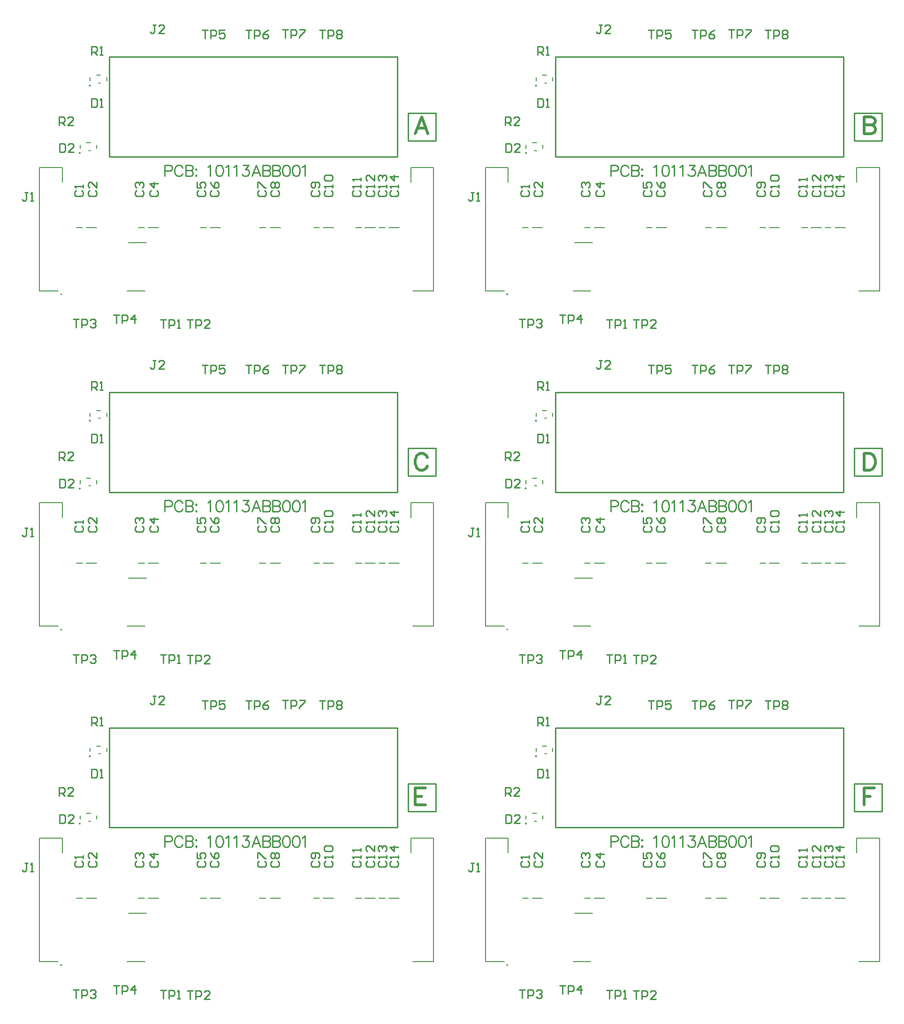
<source format=gto>
G04*
G04 #@! TF.GenerationSoftware,Altium Limited,Altium Designer,19.0.15 (446)*
G04*
G04 Layer_Color=65535*
%FSLAX43Y43*%
%MOMM*%
G71*
G01*
G75*
%ADD18C,0.254*%
%ADD27C,0.508*%
%ADD28C,0.200*%
%ADD29C,0.152*%
%ADD30C,0.127*%
%ADD31C,0.150*%
D18*
X81000Y36000D02*
X86000D01*
Y41000D01*
X81000D02*
X86000D01*
X81000Y36000D02*
Y41000D01*
X27075Y33107D02*
Y51107D01*
X79075D01*
X27075Y33107D02*
X79075D01*
Y51107D01*
X37052Y30552D02*
X37909D01*
X38195Y30647D01*
X38290Y30743D01*
X38386Y30933D01*
Y31219D01*
X38290Y31409D01*
X38195Y31504D01*
X37909Y31600D01*
X37052D01*
Y29600D01*
X40261Y31123D02*
X40166Y31314D01*
X39976Y31504D01*
X39785Y31600D01*
X39404D01*
X39214Y31504D01*
X39023Y31314D01*
X38928Y31123D01*
X38833Y30838D01*
Y30362D01*
X38928Y30076D01*
X39023Y29886D01*
X39214Y29695D01*
X39404Y29600D01*
X39785D01*
X39976Y29695D01*
X40166Y29886D01*
X40261Y30076D01*
X40823Y31600D02*
Y29600D01*
Y31600D02*
X41680D01*
X41966Y31504D01*
X42061Y31409D01*
X42156Y31219D01*
Y31028D01*
X42061Y30838D01*
X41966Y30743D01*
X41680Y30647D01*
X40823D02*
X41680D01*
X41966Y30552D01*
X42061Y30457D01*
X42156Y30267D01*
Y29981D01*
X42061Y29790D01*
X41966Y29695D01*
X41680Y29600D01*
X40823D01*
X42699Y30933D02*
X42604Y30838D01*
X42699Y30743D01*
X42794Y30838D01*
X42699Y30933D01*
Y29790D02*
X42604Y29695D01*
X42699Y29600D01*
X42794Y29695D01*
X42699Y29790D01*
X44803Y31219D02*
X44994Y31314D01*
X45279Y31600D01*
Y29600D01*
X46841Y31600D02*
X46555Y31504D01*
X46365Y31219D01*
X46270Y30743D01*
Y30457D01*
X46365Y29981D01*
X46555Y29695D01*
X46841Y29600D01*
X47031D01*
X47317Y29695D01*
X47507Y29981D01*
X47603Y30457D01*
Y30743D01*
X47507Y31219D01*
X47317Y31504D01*
X47031Y31600D01*
X46841D01*
X48050Y31219D02*
X48241Y31314D01*
X48526Y31600D01*
Y29600D01*
X49516Y31219D02*
X49707Y31314D01*
X49993Y31600D01*
Y29600D01*
X51173Y31600D02*
X52221D01*
X51649Y30838D01*
X51935D01*
X52125Y30743D01*
X52221Y30647D01*
X52316Y30362D01*
Y30171D01*
X52221Y29886D01*
X52030Y29695D01*
X51745Y29600D01*
X51459D01*
X51173Y29695D01*
X51078Y29790D01*
X50983Y29981D01*
X54287Y29600D02*
X53525Y31600D01*
X52763Y29600D01*
X53049Y30267D02*
X54001D01*
X54753Y31600D02*
Y29600D01*
Y31600D02*
X55610D01*
X55896Y31504D01*
X55991Y31409D01*
X56086Y31219D01*
Y31028D01*
X55991Y30838D01*
X55896Y30743D01*
X55610Y30647D01*
X54753D02*
X55610D01*
X55896Y30552D01*
X55991Y30457D01*
X56086Y30267D01*
Y29981D01*
X55991Y29790D01*
X55896Y29695D01*
X55610Y29600D01*
X54753D01*
X56534Y31600D02*
Y29600D01*
Y31600D02*
X57391D01*
X57677Y31504D01*
X57772Y31409D01*
X57867Y31219D01*
Y31028D01*
X57772Y30838D01*
X57677Y30743D01*
X57391Y30647D01*
X56534D02*
X57391D01*
X57677Y30552D01*
X57772Y30457D01*
X57867Y30267D01*
Y29981D01*
X57772Y29790D01*
X57677Y29695D01*
X57391Y29600D01*
X56534D01*
X58886Y31600D02*
X58600Y31504D01*
X58410Y31219D01*
X58315Y30743D01*
Y30457D01*
X58410Y29981D01*
X58600Y29695D01*
X58886Y29600D01*
X59076D01*
X59362Y29695D01*
X59552Y29981D01*
X59648Y30457D01*
Y30743D01*
X59552Y31219D01*
X59362Y31504D01*
X59076Y31600D01*
X58886D01*
X60666D02*
X60381Y31504D01*
X60190Y31219D01*
X60095Y30743D01*
Y30457D01*
X60190Y29981D01*
X60381Y29695D01*
X60666Y29600D01*
X60857D01*
X61143Y29695D01*
X61333Y29981D01*
X61428Y30457D01*
Y30743D01*
X61333Y31219D01*
X61143Y31504D01*
X60857Y31600D01*
X60666D01*
X61876Y31219D02*
X62066Y31314D01*
X62352Y31600D01*
Y29600D01*
X64950Y55999D02*
X65966D01*
X65458D01*
Y54475D01*
X66474D02*
Y55999D01*
X67235D01*
X67489Y55745D01*
Y55237D01*
X67235Y54983D01*
X66474D01*
X67997Y55745D02*
X68251Y55999D01*
X68759D01*
X69013Y55745D01*
Y55491D01*
X68759Y55237D01*
X69013Y54983D01*
Y54729D01*
X68759Y54475D01*
X68251D01*
X67997Y54729D01*
Y54983D01*
X68251Y55237D01*
X67997Y55491D01*
Y55745D01*
X68251Y55237D02*
X68759D01*
X58300Y56049D02*
X59316D01*
X58808D01*
Y54525D01*
X59824D02*
Y56049D01*
X60585D01*
X60839Y55795D01*
Y55287D01*
X60585Y55033D01*
X59824D01*
X61347Y56049D02*
X62363D01*
Y55795D01*
X61347Y54779D01*
Y54525D01*
X51700Y55999D02*
X52716D01*
X52208D01*
Y54475D01*
X53224D02*
Y55999D01*
X53985D01*
X54239Y55745D01*
Y55237D01*
X53985Y54983D01*
X53224D01*
X55763Y55999D02*
X55255Y55745D01*
X54747Y55237D01*
Y54729D01*
X55001Y54475D01*
X55509D01*
X55763Y54729D01*
Y54983D01*
X55509Y55237D01*
X54747D01*
X43864Y55999D02*
X44880D01*
X44372D01*
Y54475D01*
X45388D02*
Y55999D01*
X46149D01*
X46403Y55745D01*
Y55237D01*
X46149Y54983D01*
X45388D01*
X47927Y55999D02*
X46911D01*
Y55237D01*
X47419Y55491D01*
X47673D01*
X47927Y55237D01*
Y54729D01*
X47673Y54475D01*
X47165D01*
X46911Y54729D01*
X27813Y4561D02*
X28829D01*
X28321D01*
Y3037D01*
X29337D02*
Y4561D01*
X30098D01*
X30352Y4307D01*
Y3799D01*
X30098Y3545D01*
X29337D01*
X31622Y3037D02*
Y4561D01*
X30860Y3799D01*
X31876D01*
X20541Y3809D02*
X21557D01*
X21049D01*
Y2286D01*
X22065D02*
Y3809D01*
X22826D01*
X23080Y3556D01*
Y3048D01*
X22826Y2794D01*
X22065D01*
X23588Y3556D02*
X23842Y3809D01*
X24350D01*
X24604Y3556D01*
Y3302D01*
X24350Y3048D01*
X24096D01*
X24350D01*
X24604Y2794D01*
Y2540D01*
X24350Y2286D01*
X23842D01*
X23588Y2540D01*
X41125Y3698D02*
X42141D01*
X41633D01*
Y2175D01*
X42649D02*
Y3698D01*
X43410D01*
X43664Y3445D01*
Y2937D01*
X43410Y2683D01*
X42649D01*
X45188Y2175D02*
X44172D01*
X45188Y3191D01*
Y3445D01*
X44934Y3698D01*
X44426D01*
X44172Y3445D01*
X36275Y3749D02*
X37291D01*
X36783D01*
Y2225D01*
X37799D02*
Y3749D01*
X38560D01*
X38814Y3495D01*
Y2987D01*
X38560Y2733D01*
X37799D01*
X39322Y2225D02*
X39830D01*
X39576D01*
Y3749D01*
X39322Y3495D01*
X23836Y51500D02*
Y53024D01*
X24597D01*
X24851Y52770D01*
Y52262D01*
X24597Y52008D01*
X23836D01*
X24343D02*
X24851Y51500D01*
X25359D02*
X25867D01*
X25613D01*
Y53024D01*
X25359Y52770D01*
X18025Y38816D02*
Y40340D01*
X18787D01*
X19041Y40086D01*
Y39578D01*
X18787Y39324D01*
X18025D01*
X18533D02*
X19041Y38816D01*
X20564D02*
X19549D01*
X20564Y39832D01*
Y40086D01*
X20310Y40340D01*
X19802D01*
X19549Y40086D01*
X35479Y56867D02*
X34971D01*
X35225D01*
Y55597D01*
X34971Y55343D01*
X34717D01*
X34463Y55597D01*
X37002Y55343D02*
X35987D01*
X37002Y56359D01*
Y56613D01*
X36748Y56867D01*
X36241D01*
X35987Y56613D01*
X12362Y26670D02*
X11854D01*
X12108D01*
Y25400D01*
X11854Y25146D01*
X11600D01*
X11346Y25400D01*
X12870Y25146D02*
X13377D01*
X13124D01*
Y26670D01*
X12870Y26416D01*
X18125Y35449D02*
Y33925D01*
X18887D01*
X19141Y34179D01*
Y35195D01*
X18887Y35449D01*
X18125D01*
X20664Y33925D02*
X19649D01*
X20664Y34941D01*
Y35195D01*
X20410Y35449D01*
X19902D01*
X19649Y35195D01*
X23823Y43599D02*
Y42075D01*
X24585D01*
X24838Y42329D01*
Y43345D01*
X24585Y43599D01*
X23823D01*
X25346Y42075D02*
X25854D01*
X25600D01*
Y43599D01*
X25346Y43345D01*
X23478Y27016D02*
X23224Y26762D01*
Y26254D01*
X23478Y26000D01*
X24494D01*
X24748Y26254D01*
Y26762D01*
X24494Y27016D01*
X24748Y28539D02*
Y27524D01*
X23732Y28539D01*
X23478D01*
X23224Y28285D01*
Y27777D01*
X23478Y27524D01*
X21030Y27016D02*
X20776Y26762D01*
Y26254D01*
X21030Y26000D01*
X22046D01*
X22300Y26254D01*
Y26762D01*
X22046Y27016D01*
X22300Y27524D02*
Y28031D01*
Y27777D01*
X20776D01*
X21030Y27524D01*
X77905Y27016D02*
X77651Y26762D01*
Y26254D01*
X77905Y26000D01*
X78921D01*
X79175Y26254D01*
Y26762D01*
X78921Y27016D01*
X79175Y27524D02*
Y28031D01*
Y27777D01*
X77651D01*
X77905Y27524D01*
X79175Y29555D02*
X77651D01*
X78413Y28793D01*
Y29809D01*
X75805Y27016D02*
X75551Y26762D01*
Y26254D01*
X75805Y26000D01*
X76821D01*
X77075Y26254D01*
Y26762D01*
X76821Y27016D01*
X77075Y27524D02*
Y28031D01*
Y27777D01*
X75551D01*
X75805Y27524D01*
Y28793D02*
X75551Y29047D01*
Y29555D01*
X75805Y29809D01*
X76059D01*
X76313Y29555D01*
Y29301D01*
Y29555D01*
X76567Y29809D01*
X76821D01*
X77075Y29555D01*
Y29047D01*
X76821Y28793D01*
X73655Y27016D02*
X73401Y26762D01*
Y26254D01*
X73655Y26000D01*
X74671D01*
X74925Y26254D01*
Y26762D01*
X74671Y27016D01*
X74925Y27524D02*
Y28031D01*
Y27777D01*
X73401D01*
X73655Y27524D01*
X74925Y29809D02*
Y28793D01*
X73909Y29809D01*
X73655D01*
X73401Y29555D01*
Y29047D01*
X73655Y28793D01*
X71205Y27016D02*
X70951Y26762D01*
Y26254D01*
X71205Y26000D01*
X72221D01*
X72475Y26254D01*
Y26762D01*
X72221Y27016D01*
X72475Y27524D02*
Y28031D01*
Y27777D01*
X70951D01*
X71205Y27524D01*
X72475Y28793D02*
Y29301D01*
Y29047D01*
X70951D01*
X71205Y28793D01*
X66105Y27016D02*
X65851Y26762D01*
Y26254D01*
X66105Y26000D01*
X67121D01*
X67375Y26254D01*
Y26762D01*
X67121Y27016D01*
X67375Y27524D02*
Y28031D01*
Y27777D01*
X65851D01*
X66105Y27524D01*
Y28793D02*
X65851Y29047D01*
Y29555D01*
X66105Y29809D01*
X67121D01*
X67375Y29555D01*
Y29047D01*
X67121Y28793D01*
X66105D01*
X63688Y27016D02*
X63435Y26762D01*
Y26254D01*
X63688Y26000D01*
X64704D01*
X64958Y26254D01*
Y26762D01*
X64704Y27016D01*
Y27524D02*
X64958Y27777D01*
Y28285D01*
X64704Y28539D01*
X63688D01*
X63435Y28285D01*
Y27777D01*
X63688Y27524D01*
X63942D01*
X64196Y27777D01*
Y28539D01*
X56430Y27016D02*
X56176Y26762D01*
Y26254D01*
X56430Y26000D01*
X57446D01*
X57700Y26254D01*
Y26762D01*
X57446Y27016D01*
X56430Y27524D02*
X56176Y27777D01*
Y28285D01*
X56430Y28539D01*
X56684D01*
X56938Y28285D01*
X57192Y28539D01*
X57446D01*
X57700Y28285D01*
Y27777D01*
X57446Y27524D01*
X57192D01*
X56938Y27777D01*
X56684Y27524D01*
X56430D01*
X56938Y27777D02*
Y28285D01*
X54030Y27016D02*
X53776Y26762D01*
Y26254D01*
X54030Y26000D01*
X55046D01*
X55300Y26254D01*
Y26762D01*
X55046Y27016D01*
X53776Y27524D02*
Y28539D01*
X54030D01*
X55046Y27524D01*
X55300D01*
X45530Y27016D02*
X45276Y26762D01*
Y26254D01*
X45530Y26000D01*
X46546D01*
X46800Y26254D01*
Y26762D01*
X46546Y27016D01*
X45276Y28539D02*
X45530Y28031D01*
X46038Y27524D01*
X46546D01*
X46800Y27777D01*
Y28285D01*
X46546Y28539D01*
X46292D01*
X46038Y28285D01*
Y27524D01*
X43180Y27016D02*
X42926Y26762D01*
Y26254D01*
X43180Y26000D01*
X44196D01*
X44450Y26254D01*
Y26762D01*
X44196Y27016D01*
X42926Y28539D02*
Y27524D01*
X43688D01*
X43434Y28031D01*
Y28285D01*
X43688Y28539D01*
X44196D01*
X44450Y28285D01*
Y27777D01*
X44196Y27524D01*
X34630Y27016D02*
X34376Y26762D01*
Y26254D01*
X34630Y26000D01*
X35646D01*
X35900Y26254D01*
Y26762D01*
X35646Y27016D01*
X35900Y28285D02*
X34376D01*
X35138Y27524D01*
Y28539D01*
X31980Y27016D02*
X31726Y26762D01*
Y26254D01*
X31980Y26000D01*
X32996D01*
X33250Y26254D01*
Y26762D01*
X32996Y27016D01*
X31980Y27524D02*
X31726Y27777D01*
Y28285D01*
X31980Y28539D01*
X32234D01*
X32488Y28285D01*
Y28031D01*
Y28285D01*
X32742Y28539D01*
X32996D01*
X33250Y28285D01*
Y27777D01*
X32996Y27524D01*
X161500Y36000D02*
X166500D01*
Y41000D01*
X161500D02*
X166500D01*
X161500Y36000D02*
Y41000D01*
X107575Y33107D02*
Y51107D01*
X159575D01*
X107575Y33107D02*
X159575D01*
Y51107D01*
X117552Y30552D02*
X118409D01*
X118695Y30647D01*
X118790Y30743D01*
X118886Y30933D01*
Y31219D01*
X118790Y31409D01*
X118695Y31504D01*
X118409Y31600D01*
X117552D01*
Y29600D01*
X120761Y31123D02*
X120666Y31314D01*
X120476Y31504D01*
X120285Y31600D01*
X119904D01*
X119714Y31504D01*
X119523Y31314D01*
X119428Y31123D01*
X119333Y30838D01*
Y30362D01*
X119428Y30076D01*
X119523Y29886D01*
X119714Y29695D01*
X119904Y29600D01*
X120285D01*
X120476Y29695D01*
X120666Y29886D01*
X120761Y30076D01*
X121323Y31600D02*
Y29600D01*
Y31600D02*
X122180D01*
X122466Y31504D01*
X122561Y31409D01*
X122656Y31219D01*
Y31028D01*
X122561Y30838D01*
X122466Y30743D01*
X122180Y30647D01*
X121323D02*
X122180D01*
X122466Y30552D01*
X122561Y30457D01*
X122656Y30267D01*
Y29981D01*
X122561Y29790D01*
X122466Y29695D01*
X122180Y29600D01*
X121323D01*
X123199Y30933D02*
X123104Y30838D01*
X123199Y30743D01*
X123294Y30838D01*
X123199Y30933D01*
Y29790D02*
X123104Y29695D01*
X123199Y29600D01*
X123294Y29695D01*
X123199Y29790D01*
X125303Y31219D02*
X125494Y31314D01*
X125779Y31600D01*
Y29600D01*
X127341Y31600D02*
X127055Y31504D01*
X126865Y31219D01*
X126770Y30743D01*
Y30457D01*
X126865Y29981D01*
X127055Y29695D01*
X127341Y29600D01*
X127531D01*
X127817Y29695D01*
X128007Y29981D01*
X128103Y30457D01*
Y30743D01*
X128007Y31219D01*
X127817Y31504D01*
X127531Y31600D01*
X127341D01*
X128550Y31219D02*
X128741Y31314D01*
X129026Y31600D01*
Y29600D01*
X130016Y31219D02*
X130207Y31314D01*
X130493Y31600D01*
Y29600D01*
X131673Y31600D02*
X132721D01*
X132149Y30838D01*
X132435D01*
X132625Y30743D01*
X132721Y30647D01*
X132816Y30362D01*
Y30171D01*
X132721Y29886D01*
X132530Y29695D01*
X132245Y29600D01*
X131959D01*
X131673Y29695D01*
X131578Y29790D01*
X131483Y29981D01*
X134787Y29600D02*
X134025Y31600D01*
X133263Y29600D01*
X133549Y30267D02*
X134501D01*
X135253Y31600D02*
Y29600D01*
Y31600D02*
X136110D01*
X136396Y31504D01*
X136491Y31409D01*
X136586Y31219D01*
Y31028D01*
X136491Y30838D01*
X136396Y30743D01*
X136110Y30647D01*
X135253D02*
X136110D01*
X136396Y30552D01*
X136491Y30457D01*
X136586Y30267D01*
Y29981D01*
X136491Y29790D01*
X136396Y29695D01*
X136110Y29600D01*
X135253D01*
X137034Y31600D02*
Y29600D01*
Y31600D02*
X137891D01*
X138177Y31504D01*
X138272Y31409D01*
X138367Y31219D01*
Y31028D01*
X138272Y30838D01*
X138177Y30743D01*
X137891Y30647D01*
X137034D02*
X137891D01*
X138177Y30552D01*
X138272Y30457D01*
X138367Y30267D01*
Y29981D01*
X138272Y29790D01*
X138177Y29695D01*
X137891Y29600D01*
X137034D01*
X139386Y31600D02*
X139100Y31504D01*
X138910Y31219D01*
X138815Y30743D01*
Y30457D01*
X138910Y29981D01*
X139100Y29695D01*
X139386Y29600D01*
X139576D01*
X139862Y29695D01*
X140052Y29981D01*
X140148Y30457D01*
Y30743D01*
X140052Y31219D01*
X139862Y31504D01*
X139576Y31600D01*
X139386D01*
X141166D02*
X140881Y31504D01*
X140690Y31219D01*
X140595Y30743D01*
Y30457D01*
X140690Y29981D01*
X140881Y29695D01*
X141166Y29600D01*
X141357D01*
X141643Y29695D01*
X141833Y29981D01*
X141928Y30457D01*
Y30743D01*
X141833Y31219D01*
X141643Y31504D01*
X141357Y31600D01*
X141166D01*
X142376Y31219D02*
X142566Y31314D01*
X142852Y31600D01*
Y29600D01*
X145450Y55999D02*
X146466D01*
X145958D01*
Y54475D01*
X146974D02*
Y55999D01*
X147735D01*
X147989Y55745D01*
Y55237D01*
X147735Y54983D01*
X146974D01*
X148497Y55745D02*
X148751Y55999D01*
X149259D01*
X149513Y55745D01*
Y55491D01*
X149259Y55237D01*
X149513Y54983D01*
Y54729D01*
X149259Y54475D01*
X148751D01*
X148497Y54729D01*
Y54983D01*
X148751Y55237D01*
X148497Y55491D01*
Y55745D01*
X148751Y55237D02*
X149259D01*
X138800Y56049D02*
X139816D01*
X139308D01*
Y54525D01*
X140324D02*
Y56049D01*
X141085D01*
X141339Y55795D01*
Y55287D01*
X141085Y55033D01*
X140324D01*
X141847Y56049D02*
X142863D01*
Y55795D01*
X141847Y54779D01*
Y54525D01*
X132200Y55999D02*
X133216D01*
X132708D01*
Y54475D01*
X133724D02*
Y55999D01*
X134485D01*
X134739Y55745D01*
Y55237D01*
X134485Y54983D01*
X133724D01*
X136263Y55999D02*
X135755Y55745D01*
X135247Y55237D01*
Y54729D01*
X135501Y54475D01*
X136009D01*
X136263Y54729D01*
Y54983D01*
X136009Y55237D01*
X135247D01*
X124364Y55999D02*
X125380D01*
X124872D01*
Y54475D01*
X125888D02*
Y55999D01*
X126649D01*
X126903Y55745D01*
Y55237D01*
X126649Y54983D01*
X125888D01*
X128427Y55999D02*
X127411D01*
Y55237D01*
X127919Y55491D01*
X128173D01*
X128427Y55237D01*
Y54729D01*
X128173Y54475D01*
X127665D01*
X127411Y54729D01*
X108313Y4561D02*
X109329D01*
X108821D01*
Y3037D01*
X109837D02*
Y4561D01*
X110598D01*
X110852Y4307D01*
Y3799D01*
X110598Y3545D01*
X109837D01*
X112122Y3037D02*
Y4561D01*
X111360Y3799D01*
X112376D01*
X101041Y3809D02*
X102057D01*
X101549D01*
Y2286D01*
X102565D02*
Y3809D01*
X103326D01*
X103580Y3556D01*
Y3048D01*
X103326Y2794D01*
X102565D01*
X104088Y3556D02*
X104342Y3809D01*
X104850D01*
X105104Y3556D01*
Y3302D01*
X104850Y3048D01*
X104596D01*
X104850D01*
X105104Y2794D01*
Y2540D01*
X104850Y2286D01*
X104342D01*
X104088Y2540D01*
X121625Y3698D02*
X122641D01*
X122133D01*
Y2175D01*
X123149D02*
Y3698D01*
X123910D01*
X124164Y3445D01*
Y2937D01*
X123910Y2683D01*
X123149D01*
X125688Y2175D02*
X124672D01*
X125688Y3191D01*
Y3445D01*
X125434Y3698D01*
X124926D01*
X124672Y3445D01*
X116775Y3749D02*
X117791D01*
X117283D01*
Y2225D01*
X118299D02*
Y3749D01*
X119060D01*
X119314Y3495D01*
Y2987D01*
X119060Y2733D01*
X118299D01*
X119822Y2225D02*
X120330D01*
X120076D01*
Y3749D01*
X119822Y3495D01*
X104336Y51500D02*
Y53024D01*
X105097D01*
X105351Y52770D01*
Y52262D01*
X105097Y52008D01*
X104336D01*
X104843D02*
X105351Y51500D01*
X105859D02*
X106367D01*
X106113D01*
Y53024D01*
X105859Y52770D01*
X98525Y38816D02*
Y40340D01*
X99287D01*
X99541Y40086D01*
Y39578D01*
X99287Y39324D01*
X98525D01*
X99033D02*
X99541Y38816D01*
X101064D02*
X100049D01*
X101064Y39832D01*
Y40086D01*
X100810Y40340D01*
X100302D01*
X100049Y40086D01*
X115979Y56867D02*
X115471D01*
X115725D01*
Y55597D01*
X115471Y55343D01*
X115217D01*
X114963Y55597D01*
X117502Y55343D02*
X116487D01*
X117502Y56359D01*
Y56613D01*
X117248Y56867D01*
X116741D01*
X116487Y56613D01*
X92862Y26670D02*
X92354D01*
X92608D01*
Y25400D01*
X92354Y25146D01*
X92100D01*
X91846Y25400D01*
X93370Y25146D02*
X93877D01*
X93624D01*
Y26670D01*
X93370Y26416D01*
X98625Y35449D02*
Y33925D01*
X99387D01*
X99641Y34179D01*
Y35195D01*
X99387Y35449D01*
X98625D01*
X101164Y33925D02*
X100149D01*
X101164Y34941D01*
Y35195D01*
X100910Y35449D01*
X100402D01*
X100149Y35195D01*
X104323Y43599D02*
Y42075D01*
X105085D01*
X105338Y42329D01*
Y43345D01*
X105085Y43599D01*
X104323D01*
X105846Y42075D02*
X106354D01*
X106100D01*
Y43599D01*
X105846Y43345D01*
X103978Y27016D02*
X103724Y26762D01*
Y26254D01*
X103978Y26000D01*
X104994D01*
X105248Y26254D01*
Y26762D01*
X104994Y27016D01*
X105248Y28539D02*
Y27524D01*
X104232Y28539D01*
X103978D01*
X103724Y28285D01*
Y27777D01*
X103978Y27524D01*
X101530Y27016D02*
X101276Y26762D01*
Y26254D01*
X101530Y26000D01*
X102546D01*
X102800Y26254D01*
Y26762D01*
X102546Y27016D01*
X102800Y27524D02*
Y28031D01*
Y27777D01*
X101276D01*
X101530Y27524D01*
X158405Y27016D02*
X158151Y26762D01*
Y26254D01*
X158405Y26000D01*
X159421D01*
X159675Y26254D01*
Y26762D01*
X159421Y27016D01*
X159675Y27524D02*
Y28031D01*
Y27777D01*
X158151D01*
X158405Y27524D01*
X159675Y29555D02*
X158151D01*
X158913Y28793D01*
Y29809D01*
X156305Y27016D02*
X156051Y26762D01*
Y26254D01*
X156305Y26000D01*
X157321D01*
X157575Y26254D01*
Y26762D01*
X157321Y27016D01*
X157575Y27524D02*
Y28031D01*
Y27777D01*
X156051D01*
X156305Y27524D01*
Y28793D02*
X156051Y29047D01*
Y29555D01*
X156305Y29809D01*
X156559D01*
X156813Y29555D01*
Y29301D01*
Y29555D01*
X157067Y29809D01*
X157321D01*
X157575Y29555D01*
Y29047D01*
X157321Y28793D01*
X154155Y27016D02*
X153901Y26762D01*
Y26254D01*
X154155Y26000D01*
X155171D01*
X155425Y26254D01*
Y26762D01*
X155171Y27016D01*
X155425Y27524D02*
Y28031D01*
Y27777D01*
X153901D01*
X154155Y27524D01*
X155425Y29809D02*
Y28793D01*
X154409Y29809D01*
X154155D01*
X153901Y29555D01*
Y29047D01*
X154155Y28793D01*
X151705Y27016D02*
X151451Y26762D01*
Y26254D01*
X151705Y26000D01*
X152721D01*
X152975Y26254D01*
Y26762D01*
X152721Y27016D01*
X152975Y27524D02*
Y28031D01*
Y27777D01*
X151451D01*
X151705Y27524D01*
X152975Y28793D02*
Y29301D01*
Y29047D01*
X151451D01*
X151705Y28793D01*
X146605Y27016D02*
X146351Y26762D01*
Y26254D01*
X146605Y26000D01*
X147621D01*
X147875Y26254D01*
Y26762D01*
X147621Y27016D01*
X147875Y27524D02*
Y28031D01*
Y27777D01*
X146351D01*
X146605Y27524D01*
Y28793D02*
X146351Y29047D01*
Y29555D01*
X146605Y29809D01*
X147621D01*
X147875Y29555D01*
Y29047D01*
X147621Y28793D01*
X146605D01*
X144188Y27016D02*
X143935Y26762D01*
Y26254D01*
X144188Y26000D01*
X145204D01*
X145458Y26254D01*
Y26762D01*
X145204Y27016D01*
Y27524D02*
X145458Y27777D01*
Y28285D01*
X145204Y28539D01*
X144188D01*
X143935Y28285D01*
Y27777D01*
X144188Y27524D01*
X144442D01*
X144696Y27777D01*
Y28539D01*
X136930Y27016D02*
X136676Y26762D01*
Y26254D01*
X136930Y26000D01*
X137946D01*
X138200Y26254D01*
Y26762D01*
X137946Y27016D01*
X136930Y27524D02*
X136676Y27777D01*
Y28285D01*
X136930Y28539D01*
X137184D01*
X137438Y28285D01*
X137692Y28539D01*
X137946D01*
X138200Y28285D01*
Y27777D01*
X137946Y27524D01*
X137692D01*
X137438Y27777D01*
X137184Y27524D01*
X136930D01*
X137438Y27777D02*
Y28285D01*
X134530Y27016D02*
X134276Y26762D01*
Y26254D01*
X134530Y26000D01*
X135546D01*
X135800Y26254D01*
Y26762D01*
X135546Y27016D01*
X134276Y27524D02*
Y28539D01*
X134530D01*
X135546Y27524D01*
X135800D01*
X126030Y27016D02*
X125776Y26762D01*
Y26254D01*
X126030Y26000D01*
X127046D01*
X127300Y26254D01*
Y26762D01*
X127046Y27016D01*
X125776Y28539D02*
X126030Y28031D01*
X126538Y27524D01*
X127046D01*
X127300Y27777D01*
Y28285D01*
X127046Y28539D01*
X126792D01*
X126538Y28285D01*
Y27524D01*
X123680Y27016D02*
X123426Y26762D01*
Y26254D01*
X123680Y26000D01*
X124696D01*
X124950Y26254D01*
Y26762D01*
X124696Y27016D01*
X123426Y28539D02*
Y27524D01*
X124188D01*
X123934Y28031D01*
Y28285D01*
X124188Y28539D01*
X124696D01*
X124950Y28285D01*
Y27777D01*
X124696Y27524D01*
X115130Y27016D02*
X114876Y26762D01*
Y26254D01*
X115130Y26000D01*
X116146D01*
X116400Y26254D01*
Y26762D01*
X116146Y27016D01*
X116400Y28285D02*
X114876D01*
X115638Y27524D01*
Y28539D01*
X112480Y27016D02*
X112226Y26762D01*
Y26254D01*
X112480Y26000D01*
X113496D01*
X113750Y26254D01*
Y26762D01*
X113496Y27016D01*
X112480Y27524D02*
X112226Y27777D01*
Y28285D01*
X112480Y28539D01*
X112734D01*
X112988Y28285D01*
Y28031D01*
Y28285D01*
X113242Y28539D01*
X113496D01*
X113750Y28285D01*
Y27777D01*
X113496Y27524D01*
X81000Y96500D02*
X86000D01*
Y101500D01*
X81000D02*
X86000D01*
X81000Y96500D02*
Y101500D01*
X27075Y93607D02*
Y111607D01*
X79075D01*
X27075Y93607D02*
X79075D01*
Y111607D01*
X37052Y91052D02*
X37909D01*
X38195Y91147D01*
X38290Y91243D01*
X38386Y91433D01*
Y91719D01*
X38290Y91909D01*
X38195Y92004D01*
X37909Y92100D01*
X37052D01*
Y90100D01*
X40261Y91623D02*
X40166Y91814D01*
X39976Y92004D01*
X39785Y92100D01*
X39404D01*
X39214Y92004D01*
X39023Y91814D01*
X38928Y91623D01*
X38833Y91338D01*
Y90862D01*
X38928Y90576D01*
X39023Y90386D01*
X39214Y90195D01*
X39404Y90100D01*
X39785D01*
X39976Y90195D01*
X40166Y90386D01*
X40261Y90576D01*
X40823Y92100D02*
Y90100D01*
Y92100D02*
X41680D01*
X41966Y92004D01*
X42061Y91909D01*
X42156Y91719D01*
Y91528D01*
X42061Y91338D01*
X41966Y91243D01*
X41680Y91147D01*
X40823D02*
X41680D01*
X41966Y91052D01*
X42061Y90957D01*
X42156Y90767D01*
Y90481D01*
X42061Y90290D01*
X41966Y90195D01*
X41680Y90100D01*
X40823D01*
X42699Y91433D02*
X42604Y91338D01*
X42699Y91243D01*
X42794Y91338D01*
X42699Y91433D01*
Y90290D02*
X42604Y90195D01*
X42699Y90100D01*
X42794Y90195D01*
X42699Y90290D01*
X44803Y91719D02*
X44994Y91814D01*
X45279Y92100D01*
Y90100D01*
X46841Y92100D02*
X46555Y92004D01*
X46365Y91719D01*
X46270Y91243D01*
Y90957D01*
X46365Y90481D01*
X46555Y90195D01*
X46841Y90100D01*
X47031D01*
X47317Y90195D01*
X47507Y90481D01*
X47603Y90957D01*
Y91243D01*
X47507Y91719D01*
X47317Y92004D01*
X47031Y92100D01*
X46841D01*
X48050Y91719D02*
X48241Y91814D01*
X48526Y92100D01*
Y90100D01*
X49516Y91719D02*
X49707Y91814D01*
X49993Y92100D01*
Y90100D01*
X51173Y92100D02*
X52221D01*
X51649Y91338D01*
X51935D01*
X52125Y91243D01*
X52221Y91147D01*
X52316Y90862D01*
Y90671D01*
X52221Y90386D01*
X52030Y90195D01*
X51745Y90100D01*
X51459D01*
X51173Y90195D01*
X51078Y90290D01*
X50983Y90481D01*
X54287Y90100D02*
X53525Y92100D01*
X52763Y90100D01*
X53049Y90767D02*
X54001D01*
X54753Y92100D02*
Y90100D01*
Y92100D02*
X55610D01*
X55896Y92004D01*
X55991Y91909D01*
X56086Y91719D01*
Y91528D01*
X55991Y91338D01*
X55896Y91243D01*
X55610Y91147D01*
X54753D02*
X55610D01*
X55896Y91052D01*
X55991Y90957D01*
X56086Y90767D01*
Y90481D01*
X55991Y90290D01*
X55896Y90195D01*
X55610Y90100D01*
X54753D01*
X56534Y92100D02*
Y90100D01*
Y92100D02*
X57391D01*
X57677Y92004D01*
X57772Y91909D01*
X57867Y91719D01*
Y91528D01*
X57772Y91338D01*
X57677Y91243D01*
X57391Y91147D01*
X56534D02*
X57391D01*
X57677Y91052D01*
X57772Y90957D01*
X57867Y90767D01*
Y90481D01*
X57772Y90290D01*
X57677Y90195D01*
X57391Y90100D01*
X56534D01*
X58886Y92100D02*
X58600Y92004D01*
X58410Y91719D01*
X58315Y91243D01*
Y90957D01*
X58410Y90481D01*
X58600Y90195D01*
X58886Y90100D01*
X59076D01*
X59362Y90195D01*
X59552Y90481D01*
X59648Y90957D01*
Y91243D01*
X59552Y91719D01*
X59362Y92004D01*
X59076Y92100D01*
X58886D01*
X60666D02*
X60381Y92004D01*
X60190Y91719D01*
X60095Y91243D01*
Y90957D01*
X60190Y90481D01*
X60381Y90195D01*
X60666Y90100D01*
X60857D01*
X61143Y90195D01*
X61333Y90481D01*
X61428Y90957D01*
Y91243D01*
X61333Y91719D01*
X61143Y92004D01*
X60857Y92100D01*
X60666D01*
X61876Y91719D02*
X62066Y91814D01*
X62352Y92100D01*
Y90100D01*
X64950Y116498D02*
X65966D01*
X65458D01*
Y114975D01*
X66474D02*
Y116498D01*
X67235D01*
X67489Y116245D01*
Y115737D01*
X67235Y115483D01*
X66474D01*
X67997Y116245D02*
X68251Y116498D01*
X68759D01*
X69013Y116245D01*
Y115991D01*
X68759Y115737D01*
X69013Y115483D01*
Y115229D01*
X68759Y114975D01*
X68251D01*
X67997Y115229D01*
Y115483D01*
X68251Y115737D01*
X67997Y115991D01*
Y116245D01*
X68251Y115737D02*
X68759D01*
X58300Y116549D02*
X59316D01*
X58808D01*
Y115025D01*
X59824D02*
Y116549D01*
X60585D01*
X60839Y116295D01*
Y115787D01*
X60585Y115533D01*
X59824D01*
X61347Y116549D02*
X62363D01*
Y116295D01*
X61347Y115279D01*
Y115025D01*
X51700Y116498D02*
X52716D01*
X52208D01*
Y114975D01*
X53224D02*
Y116498D01*
X53985D01*
X54239Y116245D01*
Y115737D01*
X53985Y115483D01*
X53224D01*
X55763Y116498D02*
X55255Y116245D01*
X54747Y115737D01*
Y115229D01*
X55001Y114975D01*
X55509D01*
X55763Y115229D01*
Y115483D01*
X55509Y115737D01*
X54747D01*
X43864Y116498D02*
X44880D01*
X44372D01*
Y114975D01*
X45388D02*
Y116498D01*
X46149D01*
X46403Y116245D01*
Y115737D01*
X46149Y115483D01*
X45388D01*
X47927Y116498D02*
X46911D01*
Y115737D01*
X47419Y115991D01*
X47673D01*
X47927Y115737D01*
Y115229D01*
X47673Y114975D01*
X47165D01*
X46911Y115229D01*
X27813Y65061D02*
X28829D01*
X28321D01*
Y63537D01*
X29337D02*
Y65061D01*
X30098D01*
X30352Y64807D01*
Y64299D01*
X30098Y64045D01*
X29337D01*
X31622Y63537D02*
Y65061D01*
X30860Y64299D01*
X31876D01*
X20541Y64310D02*
X21557D01*
X21049D01*
Y62786D01*
X22065D02*
Y64310D01*
X22826D01*
X23080Y64056D01*
Y63548D01*
X22826Y63294D01*
X22065D01*
X23588Y64056D02*
X23842Y64310D01*
X24350D01*
X24604Y64056D01*
Y63802D01*
X24350Y63548D01*
X24096D01*
X24350D01*
X24604Y63294D01*
Y63040D01*
X24350Y62786D01*
X23842D01*
X23588Y63040D01*
X41125Y64199D02*
X42141D01*
X41633D01*
Y62675D01*
X42649D02*
Y64199D01*
X43410D01*
X43664Y63945D01*
Y63437D01*
X43410Y63183D01*
X42649D01*
X45188Y62675D02*
X44172D01*
X45188Y63691D01*
Y63945D01*
X44934Y64199D01*
X44426D01*
X44172Y63945D01*
X36275Y64248D02*
X37291D01*
X36783D01*
Y62725D01*
X37799D02*
Y64248D01*
X38560D01*
X38814Y63995D01*
Y63487D01*
X38560Y63233D01*
X37799D01*
X39322Y62725D02*
X39830D01*
X39576D01*
Y64248D01*
X39322Y63995D01*
X23836Y112000D02*
Y113524D01*
X24597D01*
X24851Y113270D01*
Y112762D01*
X24597Y112508D01*
X23836D01*
X24343D02*
X24851Y112000D01*
X25359D02*
X25867D01*
X25613D01*
Y113524D01*
X25359Y113270D01*
X18025Y99316D02*
Y100840D01*
X18787D01*
X19041Y100586D01*
Y100078D01*
X18787Y99824D01*
X18025D01*
X18533D02*
X19041Y99316D01*
X20564D02*
X19549D01*
X20564Y100332D01*
Y100586D01*
X20310Y100840D01*
X19802D01*
X19549Y100586D01*
X35479Y117367D02*
X34971D01*
X35225D01*
Y116097D01*
X34971Y115843D01*
X34717D01*
X34463Y116097D01*
X37002Y115843D02*
X35987D01*
X37002Y116859D01*
Y117113D01*
X36748Y117367D01*
X36241D01*
X35987Y117113D01*
X12362Y87170D02*
X11854D01*
X12108D01*
Y85900D01*
X11854Y85646D01*
X11600D01*
X11346Y85900D01*
X12870Y85646D02*
X13377D01*
X13124D01*
Y87170D01*
X12870Y86916D01*
X18125Y95949D02*
Y94425D01*
X18887D01*
X19141Y94679D01*
Y95695D01*
X18887Y95949D01*
X18125D01*
X20664Y94425D02*
X19649D01*
X20664Y95441D01*
Y95695D01*
X20410Y95949D01*
X19902D01*
X19649Y95695D01*
X23823Y104099D02*
Y102575D01*
X24585D01*
X24838Y102829D01*
Y103845D01*
X24585Y104099D01*
X23823D01*
X25346Y102575D02*
X25854D01*
X25600D01*
Y104099D01*
X25346Y103845D01*
X23478Y87516D02*
X23224Y87262D01*
Y86754D01*
X23478Y86500D01*
X24494D01*
X24748Y86754D01*
Y87262D01*
X24494Y87516D01*
X24748Y89039D02*
Y88023D01*
X23732Y89039D01*
X23478D01*
X23224Y88785D01*
Y88277D01*
X23478Y88023D01*
X21030Y87516D02*
X20776Y87262D01*
Y86754D01*
X21030Y86500D01*
X22046D01*
X22300Y86754D01*
Y87262D01*
X22046Y87516D01*
X22300Y88023D02*
Y88531D01*
Y88277D01*
X20776D01*
X21030Y88023D01*
X77905Y87516D02*
X77651Y87262D01*
Y86754D01*
X77905Y86500D01*
X78921D01*
X79175Y86754D01*
Y87262D01*
X78921Y87516D01*
X79175Y88023D02*
Y88531D01*
Y88277D01*
X77651D01*
X77905Y88023D01*
X79175Y90055D02*
X77651D01*
X78413Y89293D01*
Y90309D01*
X75805Y87516D02*
X75551Y87262D01*
Y86754D01*
X75805Y86500D01*
X76821D01*
X77075Y86754D01*
Y87262D01*
X76821Y87516D01*
X77075Y88023D02*
Y88531D01*
Y88277D01*
X75551D01*
X75805Y88023D01*
Y89293D02*
X75551Y89547D01*
Y90055D01*
X75805Y90309D01*
X76059D01*
X76313Y90055D01*
Y89801D01*
Y90055D01*
X76567Y90309D01*
X76821D01*
X77075Y90055D01*
Y89547D01*
X76821Y89293D01*
X73655Y87516D02*
X73401Y87262D01*
Y86754D01*
X73655Y86500D01*
X74671D01*
X74925Y86754D01*
Y87262D01*
X74671Y87516D01*
X74925Y88023D02*
Y88531D01*
Y88277D01*
X73401D01*
X73655Y88023D01*
X74925Y90309D02*
Y89293D01*
X73909Y90309D01*
X73655D01*
X73401Y90055D01*
Y89547D01*
X73655Y89293D01*
X71205Y87516D02*
X70951Y87262D01*
Y86754D01*
X71205Y86500D01*
X72221D01*
X72475Y86754D01*
Y87262D01*
X72221Y87516D01*
X72475Y88023D02*
Y88531D01*
Y88277D01*
X70951D01*
X71205Y88023D01*
X72475Y89293D02*
Y89801D01*
Y89547D01*
X70951D01*
X71205Y89293D01*
X66105Y87516D02*
X65851Y87262D01*
Y86754D01*
X66105Y86500D01*
X67121D01*
X67375Y86754D01*
Y87262D01*
X67121Y87516D01*
X67375Y88023D02*
Y88531D01*
Y88277D01*
X65851D01*
X66105Y88023D01*
Y89293D02*
X65851Y89547D01*
Y90055D01*
X66105Y90309D01*
X67121D01*
X67375Y90055D01*
Y89547D01*
X67121Y89293D01*
X66105D01*
X63688Y87516D02*
X63435Y87262D01*
Y86754D01*
X63688Y86500D01*
X64704D01*
X64958Y86754D01*
Y87262D01*
X64704Y87516D01*
Y88023D02*
X64958Y88277D01*
Y88785D01*
X64704Y89039D01*
X63688D01*
X63435Y88785D01*
Y88277D01*
X63688Y88023D01*
X63942D01*
X64196Y88277D01*
Y89039D01*
X56430Y87516D02*
X56176Y87262D01*
Y86754D01*
X56430Y86500D01*
X57446D01*
X57700Y86754D01*
Y87262D01*
X57446Y87516D01*
X56430Y88023D02*
X56176Y88277D01*
Y88785D01*
X56430Y89039D01*
X56684D01*
X56938Y88785D01*
X57192Y89039D01*
X57446D01*
X57700Y88785D01*
Y88277D01*
X57446Y88023D01*
X57192D01*
X56938Y88277D01*
X56684Y88023D01*
X56430D01*
X56938Y88277D02*
Y88785D01*
X54030Y87516D02*
X53776Y87262D01*
Y86754D01*
X54030Y86500D01*
X55046D01*
X55300Y86754D01*
Y87262D01*
X55046Y87516D01*
X53776Y88023D02*
Y89039D01*
X54030D01*
X55046Y88023D01*
X55300D01*
X45530Y87516D02*
X45276Y87262D01*
Y86754D01*
X45530Y86500D01*
X46546D01*
X46800Y86754D01*
Y87262D01*
X46546Y87516D01*
X45276Y89039D02*
X45530Y88531D01*
X46038Y88023D01*
X46546D01*
X46800Y88277D01*
Y88785D01*
X46546Y89039D01*
X46292D01*
X46038Y88785D01*
Y88023D01*
X43180Y87516D02*
X42926Y87262D01*
Y86754D01*
X43180Y86500D01*
X44196D01*
X44450Y86754D01*
Y87262D01*
X44196Y87516D01*
X42926Y89039D02*
Y88023D01*
X43688D01*
X43434Y88531D01*
Y88785D01*
X43688Y89039D01*
X44196D01*
X44450Y88785D01*
Y88277D01*
X44196Y88023D01*
X34630Y87516D02*
X34376Y87262D01*
Y86754D01*
X34630Y86500D01*
X35646D01*
X35900Y86754D01*
Y87262D01*
X35646Y87516D01*
X35900Y88785D02*
X34376D01*
X35138Y88023D01*
Y89039D01*
X31980Y87516D02*
X31726Y87262D01*
Y86754D01*
X31980Y86500D01*
X32996D01*
X33250Y86754D01*
Y87262D01*
X32996Y87516D01*
X31980Y88023D02*
X31726Y88277D01*
Y88785D01*
X31980Y89039D01*
X32234D01*
X32488Y88785D01*
Y88531D01*
Y88785D01*
X32742Y89039D01*
X32996D01*
X33250Y88785D01*
Y88277D01*
X32996Y88023D01*
X161500Y96500D02*
X166500D01*
Y101500D01*
X161500D02*
X166500D01*
X161500Y96500D02*
Y101500D01*
X107575Y93607D02*
Y111607D01*
X159575D01*
X107575Y93607D02*
X159575D01*
Y111607D01*
X117552Y91052D02*
X118409D01*
X118695Y91147D01*
X118790Y91243D01*
X118886Y91433D01*
Y91719D01*
X118790Y91909D01*
X118695Y92004D01*
X118409Y92100D01*
X117552D01*
Y90100D01*
X120761Y91623D02*
X120666Y91814D01*
X120476Y92004D01*
X120285Y92100D01*
X119904D01*
X119714Y92004D01*
X119523Y91814D01*
X119428Y91623D01*
X119333Y91338D01*
Y90862D01*
X119428Y90576D01*
X119523Y90386D01*
X119714Y90195D01*
X119904Y90100D01*
X120285D01*
X120476Y90195D01*
X120666Y90386D01*
X120761Y90576D01*
X121323Y92100D02*
Y90100D01*
Y92100D02*
X122180D01*
X122466Y92004D01*
X122561Y91909D01*
X122656Y91719D01*
Y91528D01*
X122561Y91338D01*
X122466Y91243D01*
X122180Y91147D01*
X121323D02*
X122180D01*
X122466Y91052D01*
X122561Y90957D01*
X122656Y90767D01*
Y90481D01*
X122561Y90290D01*
X122466Y90195D01*
X122180Y90100D01*
X121323D01*
X123199Y91433D02*
X123104Y91338D01*
X123199Y91243D01*
X123294Y91338D01*
X123199Y91433D01*
Y90290D02*
X123104Y90195D01*
X123199Y90100D01*
X123294Y90195D01*
X123199Y90290D01*
X125303Y91719D02*
X125494Y91814D01*
X125779Y92100D01*
Y90100D01*
X127341Y92100D02*
X127055Y92004D01*
X126865Y91719D01*
X126770Y91243D01*
Y90957D01*
X126865Y90481D01*
X127055Y90195D01*
X127341Y90100D01*
X127531D01*
X127817Y90195D01*
X128007Y90481D01*
X128103Y90957D01*
Y91243D01*
X128007Y91719D01*
X127817Y92004D01*
X127531Y92100D01*
X127341D01*
X128550Y91719D02*
X128741Y91814D01*
X129026Y92100D01*
Y90100D01*
X130016Y91719D02*
X130207Y91814D01*
X130493Y92100D01*
Y90100D01*
X131673Y92100D02*
X132721D01*
X132149Y91338D01*
X132435D01*
X132625Y91243D01*
X132721Y91147D01*
X132816Y90862D01*
Y90671D01*
X132721Y90386D01*
X132530Y90195D01*
X132245Y90100D01*
X131959D01*
X131673Y90195D01*
X131578Y90290D01*
X131483Y90481D01*
X134787Y90100D02*
X134025Y92100D01*
X133263Y90100D01*
X133549Y90767D02*
X134501D01*
X135253Y92100D02*
Y90100D01*
Y92100D02*
X136110D01*
X136396Y92004D01*
X136491Y91909D01*
X136586Y91719D01*
Y91528D01*
X136491Y91338D01*
X136396Y91243D01*
X136110Y91147D01*
X135253D02*
X136110D01*
X136396Y91052D01*
X136491Y90957D01*
X136586Y90767D01*
Y90481D01*
X136491Y90290D01*
X136396Y90195D01*
X136110Y90100D01*
X135253D01*
X137034Y92100D02*
Y90100D01*
Y92100D02*
X137891D01*
X138177Y92004D01*
X138272Y91909D01*
X138367Y91719D01*
Y91528D01*
X138272Y91338D01*
X138177Y91243D01*
X137891Y91147D01*
X137034D02*
X137891D01*
X138177Y91052D01*
X138272Y90957D01*
X138367Y90767D01*
Y90481D01*
X138272Y90290D01*
X138177Y90195D01*
X137891Y90100D01*
X137034D01*
X139386Y92100D02*
X139100Y92004D01*
X138910Y91719D01*
X138815Y91243D01*
Y90957D01*
X138910Y90481D01*
X139100Y90195D01*
X139386Y90100D01*
X139576D01*
X139862Y90195D01*
X140052Y90481D01*
X140148Y90957D01*
Y91243D01*
X140052Y91719D01*
X139862Y92004D01*
X139576Y92100D01*
X139386D01*
X141166D02*
X140881Y92004D01*
X140690Y91719D01*
X140595Y91243D01*
Y90957D01*
X140690Y90481D01*
X140881Y90195D01*
X141166Y90100D01*
X141357D01*
X141643Y90195D01*
X141833Y90481D01*
X141928Y90957D01*
Y91243D01*
X141833Y91719D01*
X141643Y92004D01*
X141357Y92100D01*
X141166D01*
X142376Y91719D02*
X142566Y91814D01*
X142852Y92100D01*
Y90100D01*
X145450Y116498D02*
X146466D01*
X145958D01*
Y114975D01*
X146974D02*
Y116498D01*
X147735D01*
X147989Y116245D01*
Y115737D01*
X147735Y115483D01*
X146974D01*
X148497Y116245D02*
X148751Y116498D01*
X149259D01*
X149513Y116245D01*
Y115991D01*
X149259Y115737D01*
X149513Y115483D01*
Y115229D01*
X149259Y114975D01*
X148751D01*
X148497Y115229D01*
Y115483D01*
X148751Y115737D01*
X148497Y115991D01*
Y116245D01*
X148751Y115737D02*
X149259D01*
X138800Y116549D02*
X139816D01*
X139308D01*
Y115025D01*
X140324D02*
Y116549D01*
X141085D01*
X141339Y116295D01*
Y115787D01*
X141085Y115533D01*
X140324D01*
X141847Y116549D02*
X142863D01*
Y116295D01*
X141847Y115279D01*
Y115025D01*
X132200Y116498D02*
X133216D01*
X132708D01*
Y114975D01*
X133724D02*
Y116498D01*
X134485D01*
X134739Y116245D01*
Y115737D01*
X134485Y115483D01*
X133724D01*
X136263Y116498D02*
X135755Y116245D01*
X135247Y115737D01*
Y115229D01*
X135501Y114975D01*
X136009D01*
X136263Y115229D01*
Y115483D01*
X136009Y115737D01*
X135247D01*
X124364Y116498D02*
X125380D01*
X124872D01*
Y114975D01*
X125888D02*
Y116498D01*
X126649D01*
X126903Y116245D01*
Y115737D01*
X126649Y115483D01*
X125888D01*
X128427Y116498D02*
X127411D01*
Y115737D01*
X127919Y115991D01*
X128173D01*
X128427Y115737D01*
Y115229D01*
X128173Y114975D01*
X127665D01*
X127411Y115229D01*
X108313Y65061D02*
X109329D01*
X108821D01*
Y63537D01*
X109837D02*
Y65061D01*
X110598D01*
X110852Y64807D01*
Y64299D01*
X110598Y64045D01*
X109837D01*
X112122Y63537D02*
Y65061D01*
X111360Y64299D01*
X112376D01*
X101041Y64310D02*
X102057D01*
X101549D01*
Y62786D01*
X102565D02*
Y64310D01*
X103326D01*
X103580Y64056D01*
Y63548D01*
X103326Y63294D01*
X102565D01*
X104088Y64056D02*
X104342Y64310D01*
X104850D01*
X105104Y64056D01*
Y63802D01*
X104850Y63548D01*
X104596D01*
X104850D01*
X105104Y63294D01*
Y63040D01*
X104850Y62786D01*
X104342D01*
X104088Y63040D01*
X121625Y64199D02*
X122641D01*
X122133D01*
Y62675D01*
X123149D02*
Y64199D01*
X123910D01*
X124164Y63945D01*
Y63437D01*
X123910Y63183D01*
X123149D01*
X125688Y62675D02*
X124672D01*
X125688Y63691D01*
Y63945D01*
X125434Y64199D01*
X124926D01*
X124672Y63945D01*
X116775Y64248D02*
X117791D01*
X117283D01*
Y62725D01*
X118299D02*
Y64248D01*
X119060D01*
X119314Y63995D01*
Y63487D01*
X119060Y63233D01*
X118299D01*
X119822Y62725D02*
X120330D01*
X120076D01*
Y64248D01*
X119822Y63995D01*
X104336Y112000D02*
Y113524D01*
X105097D01*
X105351Y113270D01*
Y112762D01*
X105097Y112508D01*
X104336D01*
X104843D02*
X105351Y112000D01*
X105859D02*
X106367D01*
X106113D01*
Y113524D01*
X105859Y113270D01*
X98525Y99316D02*
Y100840D01*
X99287D01*
X99541Y100586D01*
Y100078D01*
X99287Y99824D01*
X98525D01*
X99033D02*
X99541Y99316D01*
X101064D02*
X100049D01*
X101064Y100332D01*
Y100586D01*
X100810Y100840D01*
X100302D01*
X100049Y100586D01*
X115979Y117367D02*
X115471D01*
X115725D01*
Y116097D01*
X115471Y115843D01*
X115217D01*
X114963Y116097D01*
X117502Y115843D02*
X116487D01*
X117502Y116859D01*
Y117113D01*
X117248Y117367D01*
X116741D01*
X116487Y117113D01*
X92862Y87170D02*
X92354D01*
X92608D01*
Y85900D01*
X92354Y85646D01*
X92100D01*
X91846Y85900D01*
X93370Y85646D02*
X93877D01*
X93624D01*
Y87170D01*
X93370Y86916D01*
X98625Y95949D02*
Y94425D01*
X99387D01*
X99641Y94679D01*
Y95695D01*
X99387Y95949D01*
X98625D01*
X101164Y94425D02*
X100149D01*
X101164Y95441D01*
Y95695D01*
X100910Y95949D01*
X100402D01*
X100149Y95695D01*
X104323Y104099D02*
Y102575D01*
X105085D01*
X105338Y102829D01*
Y103845D01*
X105085Y104099D01*
X104323D01*
X105846Y102575D02*
X106354D01*
X106100D01*
Y104099D01*
X105846Y103845D01*
X103978Y87516D02*
X103724Y87262D01*
Y86754D01*
X103978Y86500D01*
X104994D01*
X105248Y86754D01*
Y87262D01*
X104994Y87516D01*
X105248Y89039D02*
Y88023D01*
X104232Y89039D01*
X103978D01*
X103724Y88785D01*
Y88277D01*
X103978Y88023D01*
X101530Y87516D02*
X101276Y87262D01*
Y86754D01*
X101530Y86500D01*
X102546D01*
X102800Y86754D01*
Y87262D01*
X102546Y87516D01*
X102800Y88023D02*
Y88531D01*
Y88277D01*
X101276D01*
X101530Y88023D01*
X158405Y87516D02*
X158151Y87262D01*
Y86754D01*
X158405Y86500D01*
X159421D01*
X159675Y86754D01*
Y87262D01*
X159421Y87516D01*
X159675Y88023D02*
Y88531D01*
Y88277D01*
X158151D01*
X158405Y88023D01*
X159675Y90055D02*
X158151D01*
X158913Y89293D01*
Y90309D01*
X156305Y87516D02*
X156051Y87262D01*
Y86754D01*
X156305Y86500D01*
X157321D01*
X157575Y86754D01*
Y87262D01*
X157321Y87516D01*
X157575Y88023D02*
Y88531D01*
Y88277D01*
X156051D01*
X156305Y88023D01*
Y89293D02*
X156051Y89547D01*
Y90055D01*
X156305Y90309D01*
X156559D01*
X156813Y90055D01*
Y89801D01*
Y90055D01*
X157067Y90309D01*
X157321D01*
X157575Y90055D01*
Y89547D01*
X157321Y89293D01*
X154155Y87516D02*
X153901Y87262D01*
Y86754D01*
X154155Y86500D01*
X155171D01*
X155425Y86754D01*
Y87262D01*
X155171Y87516D01*
X155425Y88023D02*
Y88531D01*
Y88277D01*
X153901D01*
X154155Y88023D01*
X155425Y90309D02*
Y89293D01*
X154409Y90309D01*
X154155D01*
X153901Y90055D01*
Y89547D01*
X154155Y89293D01*
X151705Y87516D02*
X151451Y87262D01*
Y86754D01*
X151705Y86500D01*
X152721D01*
X152975Y86754D01*
Y87262D01*
X152721Y87516D01*
X152975Y88023D02*
Y88531D01*
Y88277D01*
X151451D01*
X151705Y88023D01*
X152975Y89293D02*
Y89801D01*
Y89547D01*
X151451D01*
X151705Y89293D01*
X146605Y87516D02*
X146351Y87262D01*
Y86754D01*
X146605Y86500D01*
X147621D01*
X147875Y86754D01*
Y87262D01*
X147621Y87516D01*
X147875Y88023D02*
Y88531D01*
Y88277D01*
X146351D01*
X146605Y88023D01*
Y89293D02*
X146351Y89547D01*
Y90055D01*
X146605Y90309D01*
X147621D01*
X147875Y90055D01*
Y89547D01*
X147621Y89293D01*
X146605D01*
X144188Y87516D02*
X143935Y87262D01*
Y86754D01*
X144188Y86500D01*
X145204D01*
X145458Y86754D01*
Y87262D01*
X145204Y87516D01*
Y88023D02*
X145458Y88277D01*
Y88785D01*
X145204Y89039D01*
X144188D01*
X143935Y88785D01*
Y88277D01*
X144188Y88023D01*
X144442D01*
X144696Y88277D01*
Y89039D01*
X136930Y87516D02*
X136676Y87262D01*
Y86754D01*
X136930Y86500D01*
X137946D01*
X138200Y86754D01*
Y87262D01*
X137946Y87516D01*
X136930Y88023D02*
X136676Y88277D01*
Y88785D01*
X136930Y89039D01*
X137184D01*
X137438Y88785D01*
X137692Y89039D01*
X137946D01*
X138200Y88785D01*
Y88277D01*
X137946Y88023D01*
X137692D01*
X137438Y88277D01*
X137184Y88023D01*
X136930D01*
X137438Y88277D02*
Y88785D01*
X134530Y87516D02*
X134276Y87262D01*
Y86754D01*
X134530Y86500D01*
X135546D01*
X135800Y86754D01*
Y87262D01*
X135546Y87516D01*
X134276Y88023D02*
Y89039D01*
X134530D01*
X135546Y88023D01*
X135800D01*
X126030Y87516D02*
X125776Y87262D01*
Y86754D01*
X126030Y86500D01*
X127046D01*
X127300Y86754D01*
Y87262D01*
X127046Y87516D01*
X125776Y89039D02*
X126030Y88531D01*
X126538Y88023D01*
X127046D01*
X127300Y88277D01*
Y88785D01*
X127046Y89039D01*
X126792D01*
X126538Y88785D01*
Y88023D01*
X123680Y87516D02*
X123426Y87262D01*
Y86754D01*
X123680Y86500D01*
X124696D01*
X124950Y86754D01*
Y87262D01*
X124696Y87516D01*
X123426Y89039D02*
Y88023D01*
X124188D01*
X123934Y88531D01*
Y88785D01*
X124188Y89039D01*
X124696D01*
X124950Y88785D01*
Y88277D01*
X124696Y88023D01*
X115130Y87516D02*
X114876Y87262D01*
Y86754D01*
X115130Y86500D01*
X116146D01*
X116400Y86754D01*
Y87262D01*
X116146Y87516D01*
X116400Y88785D02*
X114876D01*
X115638Y88023D01*
Y89039D01*
X112480Y87516D02*
X112226Y87262D01*
Y86754D01*
X112480Y86500D01*
X113496D01*
X113750Y86754D01*
Y87262D01*
X113496Y87516D01*
X112480Y88023D02*
X112226Y88277D01*
Y88785D01*
X112480Y89039D01*
X112734D01*
X112988Y88785D01*
Y88531D01*
Y88785D01*
X113242Y89039D01*
X113496D01*
X113750Y88785D01*
Y88277D01*
X113496Y88023D01*
X81000Y157000D02*
X86000D01*
Y162000D01*
X81000D02*
X86000D01*
X81000Y157000D02*
Y162000D01*
X27075Y154107D02*
Y172107D01*
X79075D01*
X27075Y154107D02*
X79075D01*
Y172107D01*
X37052Y151552D02*
X37909D01*
X38195Y151647D01*
X38290Y151743D01*
X38386Y151933D01*
Y152219D01*
X38290Y152409D01*
X38195Y152504D01*
X37909Y152600D01*
X37052D01*
Y150600D01*
X40261Y152123D02*
X40166Y152314D01*
X39976Y152504D01*
X39785Y152600D01*
X39404D01*
X39214Y152504D01*
X39023Y152314D01*
X38928Y152123D01*
X38833Y151838D01*
Y151362D01*
X38928Y151076D01*
X39023Y150886D01*
X39214Y150695D01*
X39404Y150600D01*
X39785D01*
X39976Y150695D01*
X40166Y150886D01*
X40261Y151076D01*
X40823Y152600D02*
Y150600D01*
Y152600D02*
X41680D01*
X41966Y152504D01*
X42061Y152409D01*
X42156Y152219D01*
Y152028D01*
X42061Y151838D01*
X41966Y151743D01*
X41680Y151647D01*
X40823D02*
X41680D01*
X41966Y151552D01*
X42061Y151457D01*
X42156Y151267D01*
Y150981D01*
X42061Y150790D01*
X41966Y150695D01*
X41680Y150600D01*
X40823D01*
X42699Y151933D02*
X42604Y151838D01*
X42699Y151743D01*
X42794Y151838D01*
X42699Y151933D01*
Y150790D02*
X42604Y150695D01*
X42699Y150600D01*
X42794Y150695D01*
X42699Y150790D01*
X44803Y152219D02*
X44994Y152314D01*
X45279Y152600D01*
Y150600D01*
X46841Y152600D02*
X46555Y152504D01*
X46365Y152219D01*
X46270Y151743D01*
Y151457D01*
X46365Y150981D01*
X46555Y150695D01*
X46841Y150600D01*
X47031D01*
X47317Y150695D01*
X47507Y150981D01*
X47603Y151457D01*
Y151743D01*
X47507Y152219D01*
X47317Y152504D01*
X47031Y152600D01*
X46841D01*
X48050Y152219D02*
X48241Y152314D01*
X48526Y152600D01*
Y150600D01*
X49516Y152219D02*
X49707Y152314D01*
X49993Y152600D01*
Y150600D01*
X51173Y152600D02*
X52221D01*
X51649Y151838D01*
X51935D01*
X52125Y151743D01*
X52221Y151647D01*
X52316Y151362D01*
Y151171D01*
X52221Y150886D01*
X52030Y150695D01*
X51745Y150600D01*
X51459D01*
X51173Y150695D01*
X51078Y150790D01*
X50983Y150981D01*
X54287Y150600D02*
X53525Y152600D01*
X52763Y150600D01*
X53049Y151267D02*
X54001D01*
X54753Y152600D02*
Y150600D01*
Y152600D02*
X55610D01*
X55896Y152504D01*
X55991Y152409D01*
X56086Y152219D01*
Y152028D01*
X55991Y151838D01*
X55896Y151743D01*
X55610Y151647D01*
X54753D02*
X55610D01*
X55896Y151552D01*
X55991Y151457D01*
X56086Y151267D01*
Y150981D01*
X55991Y150790D01*
X55896Y150695D01*
X55610Y150600D01*
X54753D01*
X56534Y152600D02*
Y150600D01*
Y152600D02*
X57391D01*
X57677Y152504D01*
X57772Y152409D01*
X57867Y152219D01*
Y152028D01*
X57772Y151838D01*
X57677Y151743D01*
X57391Y151647D01*
X56534D02*
X57391D01*
X57677Y151552D01*
X57772Y151457D01*
X57867Y151267D01*
Y150981D01*
X57772Y150790D01*
X57677Y150695D01*
X57391Y150600D01*
X56534D01*
X58886Y152600D02*
X58600Y152504D01*
X58410Y152219D01*
X58315Y151743D01*
Y151457D01*
X58410Y150981D01*
X58600Y150695D01*
X58886Y150600D01*
X59076D01*
X59362Y150695D01*
X59552Y150981D01*
X59648Y151457D01*
Y151743D01*
X59552Y152219D01*
X59362Y152504D01*
X59076Y152600D01*
X58886D01*
X60666D02*
X60381Y152504D01*
X60190Y152219D01*
X60095Y151743D01*
Y151457D01*
X60190Y150981D01*
X60381Y150695D01*
X60666Y150600D01*
X60857D01*
X61143Y150695D01*
X61333Y150981D01*
X61428Y151457D01*
Y151743D01*
X61333Y152219D01*
X61143Y152504D01*
X60857Y152600D01*
X60666D01*
X61876Y152219D02*
X62066Y152314D01*
X62352Y152600D01*
Y150600D01*
X64950Y176999D02*
X65966D01*
X65458D01*
Y175475D01*
X66474D02*
Y176999D01*
X67235D01*
X67489Y176745D01*
Y176237D01*
X67235Y175983D01*
X66474D01*
X67997Y176745D02*
X68251Y176999D01*
X68759D01*
X69013Y176745D01*
Y176491D01*
X68759Y176237D01*
X69013Y175983D01*
Y175729D01*
X68759Y175475D01*
X68251D01*
X67997Y175729D01*
Y175983D01*
X68251Y176237D01*
X67997Y176491D01*
Y176745D01*
X68251Y176237D02*
X68759D01*
X58300Y177049D02*
X59316D01*
X58808D01*
Y175525D01*
X59824D02*
Y177049D01*
X60585D01*
X60839Y176795D01*
Y176287D01*
X60585Y176033D01*
X59824D01*
X61347Y177049D02*
X62363D01*
Y176795D01*
X61347Y175779D01*
Y175525D01*
X51700Y176999D02*
X52716D01*
X52208D01*
Y175475D01*
X53224D02*
Y176999D01*
X53985D01*
X54239Y176745D01*
Y176237D01*
X53985Y175983D01*
X53224D01*
X55763Y176999D02*
X55255Y176745D01*
X54747Y176237D01*
Y175729D01*
X55001Y175475D01*
X55509D01*
X55763Y175729D01*
Y175983D01*
X55509Y176237D01*
X54747D01*
X43864Y176999D02*
X44880D01*
X44372D01*
Y175475D01*
X45388D02*
Y176999D01*
X46149D01*
X46403Y176745D01*
Y176237D01*
X46149Y175983D01*
X45388D01*
X47927Y176999D02*
X46911D01*
Y176237D01*
X47419Y176491D01*
X47673D01*
X47927Y176237D01*
Y175729D01*
X47673Y175475D01*
X47165D01*
X46911Y175729D01*
X27813Y125561D02*
X28829D01*
X28321D01*
Y124037D01*
X29337D02*
Y125561D01*
X30098D01*
X30352Y125307D01*
Y124799D01*
X30098Y124545D01*
X29337D01*
X31622Y124037D02*
Y125561D01*
X30860Y124799D01*
X31876D01*
X20541Y124810D02*
X21557D01*
X21049D01*
Y123286D01*
X22065D02*
Y124810D01*
X22826D01*
X23080Y124556D01*
Y124048D01*
X22826Y123794D01*
X22065D01*
X23588Y124556D02*
X23842Y124810D01*
X24350D01*
X24604Y124556D01*
Y124302D01*
X24350Y124048D01*
X24096D01*
X24350D01*
X24604Y123794D01*
Y123540D01*
X24350Y123286D01*
X23842D01*
X23588Y123540D01*
X41125Y124699D02*
X42141D01*
X41633D01*
Y123175D01*
X42649D02*
Y124699D01*
X43410D01*
X43664Y124445D01*
Y123937D01*
X43410Y123683D01*
X42649D01*
X45188Y123175D02*
X44172D01*
X45188Y124191D01*
Y124445D01*
X44934Y124699D01*
X44426D01*
X44172Y124445D01*
X36275Y124749D02*
X37291D01*
X36783D01*
Y123225D01*
X37799D02*
Y124749D01*
X38560D01*
X38814Y124495D01*
Y123987D01*
X38560Y123733D01*
X37799D01*
X39322Y123225D02*
X39830D01*
X39576D01*
Y124749D01*
X39322Y124495D01*
X23836Y172500D02*
Y174024D01*
X24597D01*
X24851Y173770D01*
Y173262D01*
X24597Y173008D01*
X23836D01*
X24343D02*
X24851Y172500D01*
X25359D02*
X25867D01*
X25613D01*
Y174024D01*
X25359Y173770D01*
X18025Y159816D02*
Y161339D01*
X18787D01*
X19041Y161086D01*
Y160578D01*
X18787Y160324D01*
X18025D01*
X18533D02*
X19041Y159816D01*
X20564D02*
X19549D01*
X20564Y160832D01*
Y161086D01*
X20310Y161339D01*
X19802D01*
X19549Y161086D01*
X35479Y177867D02*
X34971D01*
X35225D01*
Y176597D01*
X34971Y176343D01*
X34717D01*
X34463Y176597D01*
X37002Y176343D02*
X35987D01*
X37002Y177359D01*
Y177613D01*
X36748Y177867D01*
X36241D01*
X35987Y177613D01*
X12362Y147670D02*
X11854D01*
X12108D01*
Y146400D01*
X11854Y146146D01*
X11600D01*
X11346Y146400D01*
X12870Y146146D02*
X13377D01*
X13124D01*
Y147670D01*
X12870Y147416D01*
X18125Y156449D02*
Y154925D01*
X18887D01*
X19141Y155179D01*
Y156195D01*
X18887Y156449D01*
X18125D01*
X20664Y154925D02*
X19649D01*
X20664Y155941D01*
Y156195D01*
X20410Y156449D01*
X19902D01*
X19649Y156195D01*
X23823Y164599D02*
Y163075D01*
X24585D01*
X24838Y163329D01*
Y164345D01*
X24585Y164599D01*
X23823D01*
X25346Y163075D02*
X25854D01*
X25600D01*
Y164599D01*
X25346Y164345D01*
X23478Y148016D02*
X23224Y147762D01*
Y147254D01*
X23478Y147000D01*
X24494D01*
X24748Y147254D01*
Y147762D01*
X24494Y148016D01*
X24748Y149539D02*
Y148524D01*
X23732Y149539D01*
X23478D01*
X23224Y149285D01*
Y148777D01*
X23478Y148524D01*
X21030Y148016D02*
X20776Y147762D01*
Y147254D01*
X21030Y147000D01*
X22046D01*
X22300Y147254D01*
Y147762D01*
X22046Y148016D01*
X22300Y148524D02*
Y149031D01*
Y148777D01*
X20776D01*
X21030Y148524D01*
X77905Y148016D02*
X77651Y147762D01*
Y147254D01*
X77905Y147000D01*
X78921D01*
X79175Y147254D01*
Y147762D01*
X78921Y148016D01*
X79175Y148524D02*
Y149031D01*
Y148777D01*
X77651D01*
X77905Y148524D01*
X79175Y150555D02*
X77651D01*
X78413Y149793D01*
Y150809D01*
X75805Y148016D02*
X75551Y147762D01*
Y147254D01*
X75805Y147000D01*
X76821D01*
X77075Y147254D01*
Y147762D01*
X76821Y148016D01*
X77075Y148524D02*
Y149031D01*
Y148777D01*
X75551D01*
X75805Y148524D01*
Y149793D02*
X75551Y150047D01*
Y150555D01*
X75805Y150809D01*
X76059D01*
X76313Y150555D01*
Y150301D01*
Y150555D01*
X76567Y150809D01*
X76821D01*
X77075Y150555D01*
Y150047D01*
X76821Y149793D01*
X73655Y148016D02*
X73401Y147762D01*
Y147254D01*
X73655Y147000D01*
X74671D01*
X74925Y147254D01*
Y147762D01*
X74671Y148016D01*
X74925Y148524D02*
Y149031D01*
Y148777D01*
X73401D01*
X73655Y148524D01*
X74925Y150809D02*
Y149793D01*
X73909Y150809D01*
X73655D01*
X73401Y150555D01*
Y150047D01*
X73655Y149793D01*
X71205Y148016D02*
X70951Y147762D01*
Y147254D01*
X71205Y147000D01*
X72221D01*
X72475Y147254D01*
Y147762D01*
X72221Y148016D01*
X72475Y148524D02*
Y149031D01*
Y148777D01*
X70951D01*
X71205Y148524D01*
X72475Y149793D02*
Y150301D01*
Y150047D01*
X70951D01*
X71205Y149793D01*
X66105Y148016D02*
X65851Y147762D01*
Y147254D01*
X66105Y147000D01*
X67121D01*
X67375Y147254D01*
Y147762D01*
X67121Y148016D01*
X67375Y148524D02*
Y149031D01*
Y148777D01*
X65851D01*
X66105Y148524D01*
Y149793D02*
X65851Y150047D01*
Y150555D01*
X66105Y150809D01*
X67121D01*
X67375Y150555D01*
Y150047D01*
X67121Y149793D01*
X66105D01*
X63688Y148016D02*
X63435Y147762D01*
Y147254D01*
X63688Y147000D01*
X64704D01*
X64958Y147254D01*
Y147762D01*
X64704Y148016D01*
Y148524D02*
X64958Y148777D01*
Y149285D01*
X64704Y149539D01*
X63688D01*
X63435Y149285D01*
Y148777D01*
X63688Y148524D01*
X63942D01*
X64196Y148777D01*
Y149539D01*
X56430Y148016D02*
X56176Y147762D01*
Y147254D01*
X56430Y147000D01*
X57446D01*
X57700Y147254D01*
Y147762D01*
X57446Y148016D01*
X56430Y148524D02*
X56176Y148777D01*
Y149285D01*
X56430Y149539D01*
X56684D01*
X56938Y149285D01*
X57192Y149539D01*
X57446D01*
X57700Y149285D01*
Y148777D01*
X57446Y148524D01*
X57192D01*
X56938Y148777D01*
X56684Y148524D01*
X56430D01*
X56938Y148777D02*
Y149285D01*
X54030Y148016D02*
X53776Y147762D01*
Y147254D01*
X54030Y147000D01*
X55046D01*
X55300Y147254D01*
Y147762D01*
X55046Y148016D01*
X53776Y148524D02*
Y149539D01*
X54030D01*
X55046Y148524D01*
X55300D01*
X45530Y148016D02*
X45276Y147762D01*
Y147254D01*
X45530Y147000D01*
X46546D01*
X46800Y147254D01*
Y147762D01*
X46546Y148016D01*
X45276Y149539D02*
X45530Y149031D01*
X46038Y148524D01*
X46546D01*
X46800Y148777D01*
Y149285D01*
X46546Y149539D01*
X46292D01*
X46038Y149285D01*
Y148524D01*
X43180Y148016D02*
X42926Y147762D01*
Y147254D01*
X43180Y147000D01*
X44196D01*
X44450Y147254D01*
Y147762D01*
X44196Y148016D01*
X42926Y149539D02*
Y148524D01*
X43688D01*
X43434Y149031D01*
Y149285D01*
X43688Y149539D01*
X44196D01*
X44450Y149285D01*
Y148777D01*
X44196Y148524D01*
X34630Y148016D02*
X34376Y147762D01*
Y147254D01*
X34630Y147000D01*
X35646D01*
X35900Y147254D01*
Y147762D01*
X35646Y148016D01*
X35900Y149285D02*
X34376D01*
X35138Y148524D01*
Y149539D01*
X31980Y148016D02*
X31726Y147762D01*
Y147254D01*
X31980Y147000D01*
X32996D01*
X33250Y147254D01*
Y147762D01*
X32996Y148016D01*
X31980Y148524D02*
X31726Y148777D01*
Y149285D01*
X31980Y149539D01*
X32234D01*
X32488Y149285D01*
Y149031D01*
Y149285D01*
X32742Y149539D01*
X32996D01*
X33250Y149285D01*
Y148777D01*
X32996Y148524D01*
X161500Y157000D02*
X166500D01*
Y162000D01*
X161500D02*
X166500D01*
X161500Y157000D02*
Y162000D01*
X107575Y154107D02*
Y172107D01*
X159575D01*
X107575Y154107D02*
X159575D01*
Y172107D01*
X117552Y151552D02*
X118409D01*
X118695Y151647D01*
X118790Y151743D01*
X118886Y151933D01*
Y152219D01*
X118790Y152409D01*
X118695Y152504D01*
X118409Y152600D01*
X117552D01*
Y150600D01*
X120761Y152123D02*
X120666Y152314D01*
X120476Y152504D01*
X120285Y152600D01*
X119904D01*
X119714Y152504D01*
X119523Y152314D01*
X119428Y152123D01*
X119333Y151838D01*
Y151362D01*
X119428Y151076D01*
X119523Y150886D01*
X119714Y150695D01*
X119904Y150600D01*
X120285D01*
X120476Y150695D01*
X120666Y150886D01*
X120761Y151076D01*
X121323Y152600D02*
Y150600D01*
Y152600D02*
X122180D01*
X122466Y152504D01*
X122561Y152409D01*
X122656Y152219D01*
Y152028D01*
X122561Y151838D01*
X122466Y151743D01*
X122180Y151647D01*
X121323D02*
X122180D01*
X122466Y151552D01*
X122561Y151457D01*
X122656Y151267D01*
Y150981D01*
X122561Y150790D01*
X122466Y150695D01*
X122180Y150600D01*
X121323D01*
X123199Y151933D02*
X123104Y151838D01*
X123199Y151743D01*
X123294Y151838D01*
X123199Y151933D01*
Y150790D02*
X123104Y150695D01*
X123199Y150600D01*
X123294Y150695D01*
X123199Y150790D01*
X125303Y152219D02*
X125494Y152314D01*
X125779Y152600D01*
Y150600D01*
X127341Y152600D02*
X127055Y152504D01*
X126865Y152219D01*
X126770Y151743D01*
Y151457D01*
X126865Y150981D01*
X127055Y150695D01*
X127341Y150600D01*
X127531D01*
X127817Y150695D01*
X128007Y150981D01*
X128103Y151457D01*
Y151743D01*
X128007Y152219D01*
X127817Y152504D01*
X127531Y152600D01*
X127341D01*
X128550Y152219D02*
X128741Y152314D01*
X129026Y152600D01*
Y150600D01*
X130016Y152219D02*
X130207Y152314D01*
X130493Y152600D01*
Y150600D01*
X131673Y152600D02*
X132721D01*
X132149Y151838D01*
X132435D01*
X132625Y151743D01*
X132721Y151647D01*
X132816Y151362D01*
Y151171D01*
X132721Y150886D01*
X132530Y150695D01*
X132245Y150600D01*
X131959D01*
X131673Y150695D01*
X131578Y150790D01*
X131483Y150981D01*
X134787Y150600D02*
X134025Y152600D01*
X133263Y150600D01*
X133549Y151267D02*
X134501D01*
X135253Y152600D02*
Y150600D01*
Y152600D02*
X136110D01*
X136396Y152504D01*
X136491Y152409D01*
X136586Y152219D01*
Y152028D01*
X136491Y151838D01*
X136396Y151743D01*
X136110Y151647D01*
X135253D02*
X136110D01*
X136396Y151552D01*
X136491Y151457D01*
X136586Y151267D01*
Y150981D01*
X136491Y150790D01*
X136396Y150695D01*
X136110Y150600D01*
X135253D01*
X137034Y152600D02*
Y150600D01*
Y152600D02*
X137891D01*
X138177Y152504D01*
X138272Y152409D01*
X138367Y152219D01*
Y152028D01*
X138272Y151838D01*
X138177Y151743D01*
X137891Y151647D01*
X137034D02*
X137891D01*
X138177Y151552D01*
X138272Y151457D01*
X138367Y151267D01*
Y150981D01*
X138272Y150790D01*
X138177Y150695D01*
X137891Y150600D01*
X137034D01*
X139386Y152600D02*
X139100Y152504D01*
X138910Y152219D01*
X138815Y151743D01*
Y151457D01*
X138910Y150981D01*
X139100Y150695D01*
X139386Y150600D01*
X139576D01*
X139862Y150695D01*
X140052Y150981D01*
X140148Y151457D01*
Y151743D01*
X140052Y152219D01*
X139862Y152504D01*
X139576Y152600D01*
X139386D01*
X141166D02*
X140881Y152504D01*
X140690Y152219D01*
X140595Y151743D01*
Y151457D01*
X140690Y150981D01*
X140881Y150695D01*
X141166Y150600D01*
X141357D01*
X141643Y150695D01*
X141833Y150981D01*
X141928Y151457D01*
Y151743D01*
X141833Y152219D01*
X141643Y152504D01*
X141357Y152600D01*
X141166D01*
X142376Y152219D02*
X142566Y152314D01*
X142852Y152600D01*
Y150600D01*
X145450Y176999D02*
X146466D01*
X145958D01*
Y175475D01*
X146974D02*
Y176999D01*
X147735D01*
X147989Y176745D01*
Y176237D01*
X147735Y175983D01*
X146974D01*
X148497Y176745D02*
X148751Y176999D01*
X149259D01*
X149513Y176745D01*
Y176491D01*
X149259Y176237D01*
X149513Y175983D01*
Y175729D01*
X149259Y175475D01*
X148751D01*
X148497Y175729D01*
Y175983D01*
X148751Y176237D01*
X148497Y176491D01*
Y176745D01*
X148751Y176237D02*
X149259D01*
X138800Y177049D02*
X139816D01*
X139308D01*
Y175525D01*
X140324D02*
Y177049D01*
X141085D01*
X141339Y176795D01*
Y176287D01*
X141085Y176033D01*
X140324D01*
X141847Y177049D02*
X142863D01*
Y176795D01*
X141847Y175779D01*
Y175525D01*
X132200Y176999D02*
X133216D01*
X132708D01*
Y175475D01*
X133724D02*
Y176999D01*
X134485D01*
X134739Y176745D01*
Y176237D01*
X134485Y175983D01*
X133724D01*
X136263Y176999D02*
X135755Y176745D01*
X135247Y176237D01*
Y175729D01*
X135501Y175475D01*
X136009D01*
X136263Y175729D01*
Y175983D01*
X136009Y176237D01*
X135247D01*
X124364Y176999D02*
X125380D01*
X124872D01*
Y175475D01*
X125888D02*
Y176999D01*
X126649D01*
X126903Y176745D01*
Y176237D01*
X126649Y175983D01*
X125888D01*
X128427Y176999D02*
X127411D01*
Y176237D01*
X127919Y176491D01*
X128173D01*
X128427Y176237D01*
Y175729D01*
X128173Y175475D01*
X127665D01*
X127411Y175729D01*
X108313Y125561D02*
X109329D01*
X108821D01*
Y124037D01*
X109837D02*
Y125561D01*
X110598D01*
X110852Y125307D01*
Y124799D01*
X110598Y124545D01*
X109837D01*
X112122Y124037D02*
Y125561D01*
X111360Y124799D01*
X112376D01*
X101041Y124810D02*
X102057D01*
X101549D01*
Y123286D01*
X102565D02*
Y124810D01*
X103326D01*
X103580Y124556D01*
Y124048D01*
X103326Y123794D01*
X102565D01*
X104088Y124556D02*
X104342Y124810D01*
X104850D01*
X105104Y124556D01*
Y124302D01*
X104850Y124048D01*
X104596D01*
X104850D01*
X105104Y123794D01*
Y123540D01*
X104850Y123286D01*
X104342D01*
X104088Y123540D01*
X121625Y124699D02*
X122641D01*
X122133D01*
Y123175D01*
X123149D02*
Y124699D01*
X123910D01*
X124164Y124445D01*
Y123937D01*
X123910Y123683D01*
X123149D01*
X125688Y123175D02*
X124672D01*
X125688Y124191D01*
Y124445D01*
X125434Y124699D01*
X124926D01*
X124672Y124445D01*
X116775Y124749D02*
X117791D01*
X117283D01*
Y123225D01*
X118299D02*
Y124749D01*
X119060D01*
X119314Y124495D01*
Y123987D01*
X119060Y123733D01*
X118299D01*
X119822Y123225D02*
X120330D01*
X120076D01*
Y124749D01*
X119822Y124495D01*
X104336Y172500D02*
Y174024D01*
X105097D01*
X105351Y173770D01*
Y173262D01*
X105097Y173008D01*
X104336D01*
X104843D02*
X105351Y172500D01*
X105859D02*
X106367D01*
X106113D01*
Y174024D01*
X105859Y173770D01*
X98525Y159816D02*
Y161339D01*
X99287D01*
X99541Y161086D01*
Y160578D01*
X99287Y160324D01*
X98525D01*
X99033D02*
X99541Y159816D01*
X101064D02*
X100049D01*
X101064Y160832D01*
Y161086D01*
X100810Y161339D01*
X100302D01*
X100049Y161086D01*
X115979Y177867D02*
X115471D01*
X115725D01*
Y176597D01*
X115471Y176343D01*
X115217D01*
X114963Y176597D01*
X117502Y176343D02*
X116487D01*
X117502Y177359D01*
Y177613D01*
X117248Y177867D01*
X116741D01*
X116487Y177613D01*
X92862Y147670D02*
X92354D01*
X92608D01*
Y146400D01*
X92354Y146146D01*
X92100D01*
X91846Y146400D01*
X93370Y146146D02*
X93877D01*
X93624D01*
Y147670D01*
X93370Y147416D01*
X98625Y156449D02*
Y154925D01*
X99387D01*
X99641Y155179D01*
Y156195D01*
X99387Y156449D01*
X98625D01*
X101164Y154925D02*
X100149D01*
X101164Y155941D01*
Y156195D01*
X100910Y156449D01*
X100402D01*
X100149Y156195D01*
X104323Y164599D02*
Y163075D01*
X105085D01*
X105338Y163329D01*
Y164345D01*
X105085Y164599D01*
X104323D01*
X105846Y163075D02*
X106354D01*
X106100D01*
Y164599D01*
X105846Y164345D01*
X103978Y148016D02*
X103724Y147762D01*
Y147254D01*
X103978Y147000D01*
X104994D01*
X105248Y147254D01*
Y147762D01*
X104994Y148016D01*
X105248Y149539D02*
Y148524D01*
X104232Y149539D01*
X103978D01*
X103724Y149285D01*
Y148777D01*
X103978Y148524D01*
X101530Y148016D02*
X101276Y147762D01*
Y147254D01*
X101530Y147000D01*
X102546D01*
X102800Y147254D01*
Y147762D01*
X102546Y148016D01*
X102800Y148524D02*
Y149031D01*
Y148777D01*
X101276D01*
X101530Y148524D01*
X158405Y148016D02*
X158151Y147762D01*
Y147254D01*
X158405Y147000D01*
X159421D01*
X159675Y147254D01*
Y147762D01*
X159421Y148016D01*
X159675Y148524D02*
Y149031D01*
Y148777D01*
X158151D01*
X158405Y148524D01*
X159675Y150555D02*
X158151D01*
X158913Y149793D01*
Y150809D01*
X156305Y148016D02*
X156051Y147762D01*
Y147254D01*
X156305Y147000D01*
X157321D01*
X157575Y147254D01*
Y147762D01*
X157321Y148016D01*
X157575Y148524D02*
Y149031D01*
Y148777D01*
X156051D01*
X156305Y148524D01*
Y149793D02*
X156051Y150047D01*
Y150555D01*
X156305Y150809D01*
X156559D01*
X156813Y150555D01*
Y150301D01*
Y150555D01*
X157067Y150809D01*
X157321D01*
X157575Y150555D01*
Y150047D01*
X157321Y149793D01*
X154155Y148016D02*
X153901Y147762D01*
Y147254D01*
X154155Y147000D01*
X155171D01*
X155425Y147254D01*
Y147762D01*
X155171Y148016D01*
X155425Y148524D02*
Y149031D01*
Y148777D01*
X153901D01*
X154155Y148524D01*
X155425Y150809D02*
Y149793D01*
X154409Y150809D01*
X154155D01*
X153901Y150555D01*
Y150047D01*
X154155Y149793D01*
X151705Y148016D02*
X151451Y147762D01*
Y147254D01*
X151705Y147000D01*
X152721D01*
X152975Y147254D01*
Y147762D01*
X152721Y148016D01*
X152975Y148524D02*
Y149031D01*
Y148777D01*
X151451D01*
X151705Y148524D01*
X152975Y149793D02*
Y150301D01*
Y150047D01*
X151451D01*
X151705Y149793D01*
X146605Y148016D02*
X146351Y147762D01*
Y147254D01*
X146605Y147000D01*
X147621D01*
X147875Y147254D01*
Y147762D01*
X147621Y148016D01*
X147875Y148524D02*
Y149031D01*
Y148777D01*
X146351D01*
X146605Y148524D01*
Y149793D02*
X146351Y150047D01*
Y150555D01*
X146605Y150809D01*
X147621D01*
X147875Y150555D01*
Y150047D01*
X147621Y149793D01*
X146605D01*
X144188Y148016D02*
X143935Y147762D01*
Y147254D01*
X144188Y147000D01*
X145204D01*
X145458Y147254D01*
Y147762D01*
X145204Y148016D01*
Y148524D02*
X145458Y148777D01*
Y149285D01*
X145204Y149539D01*
X144188D01*
X143935Y149285D01*
Y148777D01*
X144188Y148524D01*
X144442D01*
X144696Y148777D01*
Y149539D01*
X136930Y148016D02*
X136676Y147762D01*
Y147254D01*
X136930Y147000D01*
X137946D01*
X138200Y147254D01*
Y147762D01*
X137946Y148016D01*
X136930Y148524D02*
X136676Y148777D01*
Y149285D01*
X136930Y149539D01*
X137184D01*
X137438Y149285D01*
X137692Y149539D01*
X137946D01*
X138200Y149285D01*
Y148777D01*
X137946Y148524D01*
X137692D01*
X137438Y148777D01*
X137184Y148524D01*
X136930D01*
X137438Y148777D02*
Y149285D01*
X134530Y148016D02*
X134276Y147762D01*
Y147254D01*
X134530Y147000D01*
X135546D01*
X135800Y147254D01*
Y147762D01*
X135546Y148016D01*
X134276Y148524D02*
Y149539D01*
X134530D01*
X135546Y148524D01*
X135800D01*
X126030Y148016D02*
X125776Y147762D01*
Y147254D01*
X126030Y147000D01*
X127046D01*
X127300Y147254D01*
Y147762D01*
X127046Y148016D01*
X125776Y149539D02*
X126030Y149031D01*
X126538Y148524D01*
X127046D01*
X127300Y148777D01*
Y149285D01*
X127046Y149539D01*
X126792D01*
X126538Y149285D01*
Y148524D01*
X123680Y148016D02*
X123426Y147762D01*
Y147254D01*
X123680Y147000D01*
X124696D01*
X124950Y147254D01*
Y147762D01*
X124696Y148016D01*
X123426Y149539D02*
Y148524D01*
X124188D01*
X123934Y149031D01*
Y149285D01*
X124188Y149539D01*
X124696D01*
X124950Y149285D01*
Y148777D01*
X124696Y148524D01*
X115130Y148016D02*
X114876Y147762D01*
Y147254D01*
X115130Y147000D01*
X116146D01*
X116400Y147254D01*
Y147762D01*
X116146Y148016D01*
X116400Y149285D02*
X114876D01*
X115638Y148524D01*
Y149539D01*
X112480Y148016D02*
X112226Y147762D01*
Y147254D01*
X112480Y147000D01*
X113496D01*
X113750Y147254D01*
Y147762D01*
X113496Y148016D01*
X112480Y148524D02*
X112226Y148777D01*
Y149285D01*
X112480Y149539D01*
X112734D01*
X112988Y149285D01*
Y149031D01*
Y149285D01*
X113242Y149539D01*
X113496D01*
X113750Y149285D01*
Y148777D01*
X113496Y148524D01*
D27*
X163250Y40197D02*
Y37150D01*
Y40197D02*
X165136D01*
X163250Y38746D02*
X164411D01*
X84136Y40197D02*
X82250D01*
Y37150D01*
X84136D01*
X82250Y38746D02*
X83411D01*
X163250Y100597D02*
Y97550D01*
Y100597D02*
X164266D01*
X164701Y100452D01*
X164991Y100162D01*
X165136Y99872D01*
X165282Y99436D01*
Y98711D01*
X165136Y98276D01*
X164991Y97985D01*
X164701Y97695D01*
X164266Y97550D01*
X163250D01*
X84427Y99872D02*
X84282Y100162D01*
X83991Y100452D01*
X83701Y100597D01*
X83121D01*
X82830Y100452D01*
X82540Y100162D01*
X82395Y99872D01*
X82250Y99436D01*
Y98711D01*
X82395Y98276D01*
X82540Y97985D01*
X82830Y97695D01*
X83121Y97550D01*
X83701D01*
X83991Y97695D01*
X84282Y97985D01*
X84427Y98276D01*
X163250Y161297D02*
Y158250D01*
Y161297D02*
X164556D01*
X164991Y161152D01*
X165136Y161007D01*
X165282Y160717D01*
Y160427D01*
X165136Y160136D01*
X164991Y159991D01*
X164556Y159846D01*
X163250D02*
X164556D01*
X164991Y159701D01*
X165136Y159556D01*
X165282Y159266D01*
Y158830D01*
X165136Y158540D01*
X164991Y158395D01*
X164556Y158250D01*
X163250D01*
X84572D02*
X83411Y161297D01*
X82250Y158250D01*
X82685Y159266D02*
X84136D01*
D28*
X18464Y8305D02*
G03*
X18464Y8305I-100J0D01*
G01*
X98964D02*
G03*
X98964Y8305I-100J0D01*
G01*
X18464Y68805D02*
G03*
X18464Y68805I-100J0D01*
G01*
X98964D02*
G03*
X98964Y68805I-100J0D01*
G01*
X18464Y129305D02*
G03*
X18464Y129305I-100J0D01*
G01*
X98964D02*
G03*
X98964Y129305I-100J0D01*
G01*
D29*
X23687Y45962D02*
G03*
X23687Y45962I-127J0D01*
G01*
X21851Y33787D02*
G03*
X21851Y33787I-127J0D01*
G01*
X23611Y46808D02*
Y47416D01*
X25140Y46414D02*
X25486D01*
X26609Y46808D02*
Y47416D01*
X24734Y47811D02*
X25486D01*
X21775Y34633D02*
Y35241D01*
X23304Y34239D02*
X23650D01*
X24773Y34633D02*
Y35241D01*
X22898Y35636D02*
X23650D01*
X104187Y45962D02*
G03*
X104187Y45962I-127J0D01*
G01*
X102351Y33787D02*
G03*
X102351Y33787I-127J0D01*
G01*
X104111Y46808D02*
Y47416D01*
X105640Y46414D02*
X105986D01*
X107109Y46808D02*
Y47416D01*
X105234Y47811D02*
X105986D01*
X102275Y34633D02*
Y35241D01*
X103804Y34239D02*
X104150D01*
X105273Y34633D02*
Y35241D01*
X103398Y35636D02*
X104150D01*
X23687Y106462D02*
G03*
X23687Y106462I-127J0D01*
G01*
X21851Y94287D02*
G03*
X21851Y94287I-127J0D01*
G01*
X23611Y107308D02*
Y107916D01*
X25140Y106913D02*
X25486D01*
X26609Y107308D02*
Y107916D01*
X24734Y108311D02*
X25486D01*
X21775Y95133D02*
Y95741D01*
X23304Y94739D02*
X23650D01*
X24773Y95133D02*
Y95741D01*
X22898Y96136D02*
X23650D01*
X104187Y106462D02*
G03*
X104187Y106462I-127J0D01*
G01*
X102351Y94287D02*
G03*
X102351Y94287I-127J0D01*
G01*
X104111Y107308D02*
Y107916D01*
X105640Y106913D02*
X105986D01*
X107109Y107308D02*
Y107916D01*
X105234Y108311D02*
X105986D01*
X102275Y95133D02*
Y95741D01*
X103804Y94739D02*
X104150D01*
X105273Y95133D02*
Y95741D01*
X103398Y96136D02*
X104150D01*
X23687Y166962D02*
G03*
X23687Y166962I-127J0D01*
G01*
X21851Y154787D02*
G03*
X21851Y154787I-127J0D01*
G01*
X23611Y167808D02*
Y168416D01*
X25140Y167413D02*
X25486D01*
X26609Y167808D02*
Y168416D01*
X24734Y168811D02*
X25486D01*
X21775Y155633D02*
Y156241D01*
X23304Y155239D02*
X23650D01*
X24773Y155633D02*
Y156241D01*
X22898Y156636D02*
X23650D01*
X104187Y166962D02*
G03*
X104187Y166962I-127J0D01*
G01*
X102351Y154787D02*
G03*
X102351Y154787I-127J0D01*
G01*
X104111Y167808D02*
Y168416D01*
X105640Y167413D02*
X105986D01*
X107109Y167808D02*
Y168416D01*
X105234Y168811D02*
X105986D01*
X102275Y155633D02*
Y156241D01*
X103804Y155239D02*
X104150D01*
X105273Y155633D02*
Y156241D01*
X103398Y156636D02*
X104150D01*
D30*
X30264Y8905D02*
X33464D01*
X30564Y17605D02*
X33764D01*
X81864Y8905D02*
X85564D01*
Y31205D01*
X81464D02*
X85564D01*
X14464Y8905D02*
X17864D01*
X14464D02*
Y31205D01*
X18564D01*
Y28525D02*
Y31205D01*
X81464Y28525D02*
Y31205D01*
X110764Y8905D02*
X113964D01*
X111064Y17605D02*
X114264D01*
X162364Y8905D02*
X166064D01*
Y31205D01*
X161964D02*
X166064D01*
X94964Y8905D02*
X98364D01*
X94964D02*
Y31205D01*
X99064D01*
Y28525D02*
Y31205D01*
X161964Y28525D02*
Y31205D01*
X30264Y69405D02*
X33464D01*
X30564Y78105D02*
X33764D01*
X81864Y69405D02*
X85564D01*
Y91705D01*
X81464D02*
X85564D01*
X14464Y69405D02*
X17864D01*
X14464D02*
Y91705D01*
X18564D01*
Y89025D02*
Y91705D01*
X81464Y89025D02*
Y91705D01*
X110764Y69405D02*
X113964D01*
X111064Y78105D02*
X114264D01*
X162364Y69405D02*
X166064D01*
Y91705D01*
X161964D02*
X166064D01*
X94964Y69405D02*
X98364D01*
X94964D02*
Y91705D01*
X99064D01*
Y89025D02*
Y91705D01*
X161964Y89025D02*
Y91705D01*
X30264Y129905D02*
X33464D01*
X30564Y138605D02*
X33764D01*
X81864Y129905D02*
X85564D01*
Y152205D01*
X81464D02*
X85564D01*
X14464Y129905D02*
X17864D01*
X14464D02*
Y152205D01*
X18564D01*
Y149525D02*
Y152205D01*
X81464Y149525D02*
Y152205D01*
X110764Y129905D02*
X113964D01*
X111064Y138605D02*
X114264D01*
X162364Y129905D02*
X166064D01*
Y152205D01*
X161964D02*
X166064D01*
X94964Y129905D02*
X98364D01*
X94964D02*
Y152205D01*
X99064D01*
Y149525D02*
Y152205D01*
X161964Y149525D02*
Y152205D01*
D31*
X75769Y20332D02*
X76819D01*
X77528Y20312D02*
X79378D01*
X73239D02*
X75089D01*
X71539Y20332D02*
X72589D01*
X65647Y20312D02*
X67497D01*
X63958Y20332D02*
X65008D01*
X56139Y20312D02*
X57989D01*
X54179Y20332D02*
X55229D01*
X45270Y20312D02*
X47120D01*
X43511Y20332D02*
X44561D01*
X32335D02*
X33385D01*
X34101Y20312D02*
X35951D01*
X21148Y20332D02*
X22198D01*
X22898Y20312D02*
X24748D01*
X156269Y20332D02*
X157319D01*
X158028Y20312D02*
X159878D01*
X153739D02*
X155589D01*
X152039Y20332D02*
X153089D01*
X146147Y20312D02*
X147997D01*
X144458Y20332D02*
X145508D01*
X136639Y20312D02*
X138489D01*
X134679Y20332D02*
X135729D01*
X125770Y20312D02*
X127620D01*
X124011Y20332D02*
X125061D01*
X112835D02*
X113885D01*
X114601Y20312D02*
X116451D01*
X101648Y20332D02*
X102698D01*
X103398Y20312D02*
X105248D01*
X75769Y80832D02*
X76819D01*
X77528Y80812D02*
X79378D01*
X73239D02*
X75089D01*
X71539Y80832D02*
X72589D01*
X65647Y80812D02*
X67497D01*
X63958Y80832D02*
X65008D01*
X56139Y80812D02*
X57989D01*
X54179Y80832D02*
X55229D01*
X45270Y80812D02*
X47120D01*
X43511Y80832D02*
X44561D01*
X32335D02*
X33385D01*
X34101Y80812D02*
X35951D01*
X21148Y80832D02*
X22198D01*
X22898Y80812D02*
X24748D01*
X156269Y80832D02*
X157319D01*
X158028Y80812D02*
X159878D01*
X153739D02*
X155589D01*
X152039Y80832D02*
X153089D01*
X146147Y80812D02*
X147997D01*
X144458Y80832D02*
X145508D01*
X136639Y80812D02*
X138489D01*
X134679Y80832D02*
X135729D01*
X125770Y80812D02*
X127620D01*
X124011Y80832D02*
X125061D01*
X112835D02*
X113885D01*
X114601Y80812D02*
X116451D01*
X101648Y80832D02*
X102698D01*
X103398Y80812D02*
X105248D01*
X75769Y141332D02*
X76819D01*
X77528Y141312D02*
X79378D01*
X73239D02*
X75089D01*
X71539Y141332D02*
X72589D01*
X65647Y141312D02*
X67497D01*
X63958Y141332D02*
X65008D01*
X56139Y141312D02*
X57989D01*
X54179Y141332D02*
X55229D01*
X45270Y141312D02*
X47120D01*
X43511Y141332D02*
X44561D01*
X32335D02*
X33385D01*
X34101Y141312D02*
X35951D01*
X21148Y141332D02*
X22198D01*
X22898Y141312D02*
X24748D01*
X156269Y141332D02*
X157319D01*
X158028Y141312D02*
X159878D01*
X153739D02*
X155589D01*
X152039Y141332D02*
X153089D01*
X146147Y141312D02*
X147997D01*
X144458Y141332D02*
X145508D01*
X136639Y141312D02*
X138489D01*
X134679Y141332D02*
X135729D01*
X125770Y141312D02*
X127620D01*
X124011Y141332D02*
X125061D01*
X112835D02*
X113885D01*
X114601Y141312D02*
X116451D01*
X101648Y141332D02*
X102698D01*
X103398Y141312D02*
X105248D01*
M02*

</source>
